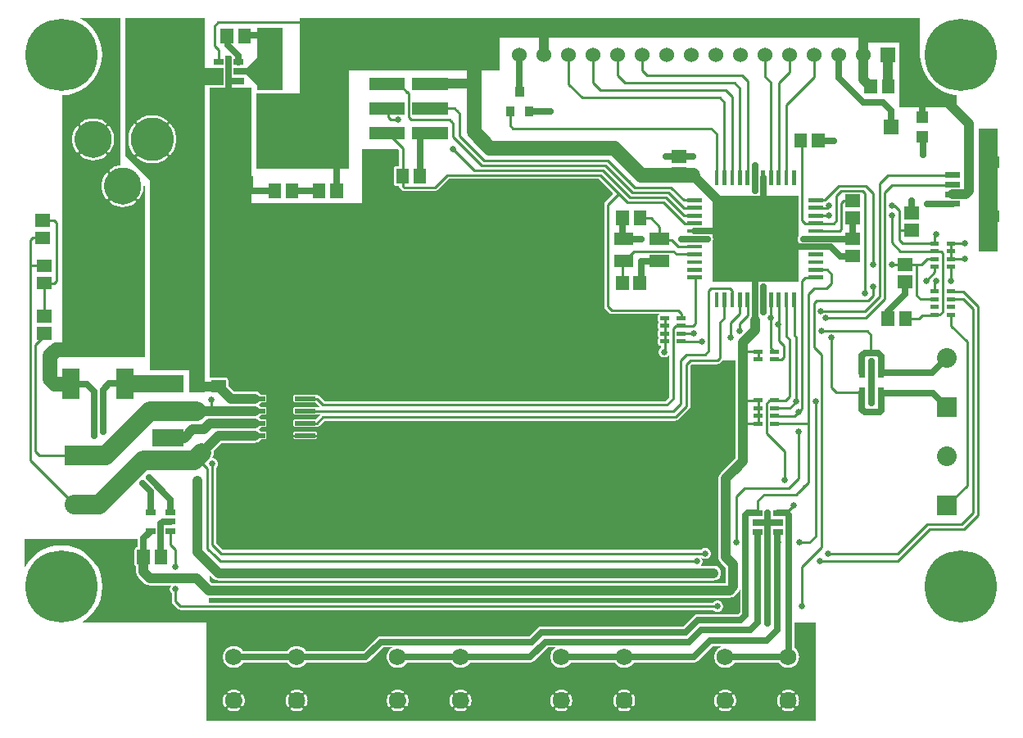
<source format=gbr>
G04 start of page 2 for group 0 idx 0 *
G04 Title: (unknown), component *
G04 Creator: pcb 4.0.2 *
G04 CreationDate: Thu Jul  2 20:29:44 2020 UTC *
G04 For: ndholmes *
G04 Format: Gerber/RS-274X *
G04 PCB-Dimensions (mil): 4000.00 2900.00 *
G04 PCB-Coordinate-Origin: lower left *
%MOIN*%
%FSLAX25Y25*%
%LNTOP*%
%ADD29C,0.1100*%
%ADD28C,0.1250*%
%ADD27C,0.0390*%
%ADD26C,0.0480*%
%ADD25C,0.0380*%
%ADD24C,0.1285*%
%ADD23C,0.0120*%
%ADD22C,0.0260*%
%ADD21C,0.1500*%
%ADD20C,0.1750*%
%ADD19C,0.0690*%
%ADD18C,0.2937*%
%ADD17C,0.0700*%
%ADD16C,0.0800*%
%ADD15C,0.0600*%
%ADD14C,0.0100*%
%ADD13C,0.0250*%
%ADD12C,0.0400*%
%ADD11C,0.0001*%
G54D11*G36*
X316472Y23000D02*X324000D01*
Y2000D01*
X316472D01*
Y7717D01*
X316531Y7762D01*
X316586Y7818D01*
X316630Y7884D01*
X316819Y8230D01*
X316972Y8594D01*
X317093Y8970D01*
X317180Y9356D01*
X317232Y9747D01*
X317250Y10142D01*
X317232Y10536D01*
X317180Y10928D01*
X317093Y11313D01*
X316972Y11689D01*
X316819Y12053D01*
X316634Y12402D01*
X316589Y12467D01*
X316534Y12524D01*
X316472Y12571D01*
Y23000D01*
G37*
G36*
X312797D02*X316472D01*
Y12571D01*
X316470Y12572D01*
X316400Y12609D01*
X316325Y12635D01*
X316247Y12649D01*
X316168Y12650D01*
X316090Y12639D01*
X316014Y12616D01*
X315943Y12581D01*
X315878Y12536D01*
X315821Y12481D01*
X315773Y12418D01*
X315736Y12348D01*
X315710Y12273D01*
X315696Y12195D01*
X315695Y12115D01*
X315706Y12037D01*
X315729Y11961D01*
X315765Y11891D01*
X315911Y11622D01*
X316030Y11340D01*
X316124Y11049D01*
X316191Y10751D01*
X316232Y10447D01*
X316245Y10142D01*
X316232Y9836D01*
X316191Y9533D01*
X316124Y9234D01*
X316030Y8943D01*
X315911Y8661D01*
X315768Y8391D01*
X315732Y8321D01*
X315709Y8246D01*
X315698Y8168D01*
X315700Y8089D01*
X315713Y8012D01*
X315739Y7937D01*
X315776Y7868D01*
X315823Y7805D01*
X315880Y7750D01*
X315944Y7705D01*
X316015Y7671D01*
X316090Y7648D01*
X316168Y7637D01*
X316247Y7638D01*
X316325Y7652D01*
X316399Y7677D01*
X316468Y7714D01*
X316472Y7717D01*
Y2000D01*
X312797D01*
Y5687D01*
X313190Y5705D01*
X313581Y5757D01*
X313967Y5844D01*
X314343Y5965D01*
X314707Y6118D01*
X315056Y6304D01*
X315121Y6348D01*
X315178Y6403D01*
X315226Y6467D01*
X315263Y6537D01*
X315289Y6612D01*
X315302Y6690D01*
X315304Y6769D01*
X315293Y6847D01*
X315270Y6923D01*
X315235Y6994D01*
X315189Y7059D01*
X315134Y7116D01*
X315071Y7164D01*
X315001Y7201D01*
X314926Y7227D01*
X314848Y7241D01*
X314769Y7242D01*
X314690Y7231D01*
X314615Y7208D01*
X314544Y7172D01*
X314276Y7026D01*
X313994Y6907D01*
X313703Y6813D01*
X313404Y6746D01*
X313101Y6705D01*
X312797Y6692D01*
Y13592D01*
X313101Y13578D01*
X313404Y13538D01*
X313703Y13470D01*
X313994Y13377D01*
X314276Y13258D01*
X314546Y13115D01*
X314616Y13079D01*
X314691Y13056D01*
X314769Y13045D01*
X314848Y13046D01*
X314925Y13060D01*
X315000Y13085D01*
X315069Y13122D01*
X315132Y13170D01*
X315187Y13226D01*
X315232Y13291D01*
X315266Y13362D01*
X315289Y13437D01*
X315300Y13515D01*
X315299Y13593D01*
X315285Y13671D01*
X315260Y13745D01*
X315223Y13815D01*
X315175Y13878D01*
X315119Y13932D01*
X315053Y13976D01*
X314707Y14165D01*
X314343Y14319D01*
X313967Y14439D01*
X313581Y14526D01*
X313190Y14579D01*
X312797Y14596D01*
Y23000D01*
G37*
G36*
X309118D02*X312797D01*
Y14596D01*
X312795Y14596D01*
X312401Y14579D01*
X312009Y14526D01*
X311624Y14439D01*
X311248Y14319D01*
X310884Y14165D01*
X310535Y13980D01*
X310470Y13935D01*
X310413Y13880D01*
X310365Y13817D01*
X310328Y13747D01*
X310302Y13672D01*
X310288Y13594D01*
X310287Y13515D01*
X310298Y13436D01*
X310321Y13360D01*
X310356Y13289D01*
X310401Y13224D01*
X310456Y13167D01*
X310519Y13120D01*
X310589Y13082D01*
X310664Y13057D01*
X310742Y13043D01*
X310822Y13041D01*
X310900Y13052D01*
X310976Y13076D01*
X311046Y13112D01*
X311315Y13258D01*
X311597Y13377D01*
X311888Y13470D01*
X312186Y13538D01*
X312490Y13578D01*
X312795Y13592D01*
X312797Y13592D01*
Y6692D01*
X312795Y6692D01*
X312490Y6705D01*
X312186Y6746D01*
X311888Y6813D01*
X311597Y6907D01*
X311315Y7026D01*
X311045Y7169D01*
X310975Y7205D01*
X310899Y7228D01*
X310821Y7239D01*
X310743Y7237D01*
X310665Y7224D01*
X310591Y7198D01*
X310521Y7161D01*
X310458Y7114D01*
X310404Y7057D01*
X310359Y6993D01*
X310324Y6922D01*
X310301Y6847D01*
X310290Y6769D01*
X310292Y6690D01*
X310305Y6612D01*
X310331Y6538D01*
X310368Y6469D01*
X310415Y6406D01*
X310472Y6351D01*
X310537Y6307D01*
X310884Y6118D01*
X311248Y5965D01*
X311624Y5844D01*
X312009Y5757D01*
X312401Y5705D01*
X312795Y5687D01*
X312797Y5687D01*
Y2000D01*
X309118D01*
Y7713D01*
X309120Y7711D01*
X309190Y7674D01*
X309265Y7648D01*
X309343Y7635D01*
X309422Y7633D01*
X309501Y7644D01*
X309577Y7667D01*
X309648Y7702D01*
X309713Y7748D01*
X309770Y7803D01*
X309817Y7866D01*
X309855Y7936D01*
X309881Y8011D01*
X309894Y8089D01*
X309896Y8168D01*
X309885Y8247D01*
X309861Y8322D01*
X309825Y8393D01*
X309679Y8661D01*
X309560Y8943D01*
X309467Y9234D01*
X309399Y9533D01*
X309359Y9836D01*
X309345Y10142D01*
X309359Y10447D01*
X309399Y10751D01*
X309467Y11049D01*
X309560Y11340D01*
X309679Y11622D01*
X309822Y11892D01*
X309858Y11962D01*
X309881Y12038D01*
X309892Y12116D01*
X309891Y12194D01*
X309877Y12272D01*
X309852Y12346D01*
X309815Y12416D01*
X309767Y12479D01*
X309711Y12533D01*
X309646Y12578D01*
X309575Y12613D01*
X309500Y12636D01*
X309422Y12647D01*
X309344Y12645D01*
X309266Y12632D01*
X309192Y12606D01*
X309122Y12569D01*
X309118Y12566D01*
Y23000D01*
G37*
G36*
X290882D02*X309118D01*
Y12566D01*
X309059Y12522D01*
X309005Y12465D01*
X308961Y12400D01*
X308772Y12053D01*
X308618Y11689D01*
X308498Y11313D01*
X308411Y10928D01*
X308358Y10536D01*
X308341Y10142D01*
X308358Y9747D01*
X308411Y9356D01*
X308498Y8970D01*
X308618Y8594D01*
X308772Y8230D01*
X308957Y7881D01*
X309002Y7816D01*
X309057Y7759D01*
X309118Y7713D01*
Y2000D01*
X290882D01*
Y7717D01*
X290941Y7762D01*
X290995Y7818D01*
X291039Y7884D01*
X291228Y8230D01*
X291382Y8594D01*
X291502Y8970D01*
X291589Y9356D01*
X291642Y9747D01*
X291659Y10142D01*
X291642Y10536D01*
X291589Y10928D01*
X291502Y11313D01*
X291382Y11689D01*
X291228Y12053D01*
X291043Y12402D01*
X290998Y12467D01*
X290943Y12524D01*
X290882Y12571D01*
Y23000D01*
G37*
G36*
X287206D02*X290882D01*
Y12571D01*
X290880Y12572D01*
X290810Y12609D01*
X290735Y12635D01*
X290657Y12649D01*
X290578Y12650D01*
X290499Y12639D01*
X290423Y12616D01*
X290352Y12581D01*
X290287Y12536D01*
X290230Y12481D01*
X290182Y12418D01*
X290145Y12348D01*
X290119Y12273D01*
X290106Y12195D01*
X290104Y12115D01*
X290115Y12037D01*
X290139Y11961D01*
X290175Y11891D01*
X290321Y11622D01*
X290440Y11340D01*
X290533Y11049D01*
X290601Y10751D01*
X290641Y10447D01*
X290655Y10142D01*
X290641Y9836D01*
X290601Y9533D01*
X290533Y9234D01*
X290440Y8943D01*
X290321Y8661D01*
X290178Y8391D01*
X290142Y8321D01*
X290119Y8246D01*
X290108Y8168D01*
X290109Y8089D01*
X290123Y8012D01*
X290148Y7937D01*
X290185Y7868D01*
X290233Y7805D01*
X290289Y7750D01*
X290354Y7705D01*
X290425Y7671D01*
X290500Y7648D01*
X290578Y7637D01*
X290656Y7638D01*
X290734Y7652D01*
X290808Y7677D01*
X290878Y7714D01*
X290882Y7717D01*
Y2000D01*
X287206D01*
Y5687D01*
X287599Y5705D01*
X287991Y5757D01*
X288376Y5844D01*
X288752Y5965D01*
X289116Y6118D01*
X289465Y6304D01*
X289530Y6348D01*
X289587Y6403D01*
X289635Y6467D01*
X289672Y6537D01*
X289698Y6612D01*
X289712Y6690D01*
X289713Y6769D01*
X289702Y6847D01*
X289679Y6923D01*
X289644Y6994D01*
X289599Y7059D01*
X289544Y7116D01*
X289481Y7164D01*
X289411Y7201D01*
X289336Y7227D01*
X289258Y7241D01*
X289178Y7242D01*
X289100Y7231D01*
X289024Y7208D01*
X288954Y7172D01*
X288685Y7026D01*
X288403Y6907D01*
X288112Y6813D01*
X287814Y6746D01*
X287510Y6705D01*
X287206Y6692D01*
Y13592D01*
X287510Y13578D01*
X287814Y13538D01*
X288112Y13470D01*
X288403Y13377D01*
X288685Y13258D01*
X288955Y13115D01*
X289025Y13079D01*
X289101Y13056D01*
X289179Y13045D01*
X289257Y13046D01*
X289335Y13060D01*
X289409Y13085D01*
X289479Y13122D01*
X289542Y13170D01*
X289596Y13226D01*
X289641Y13291D01*
X289676Y13362D01*
X289699Y13437D01*
X289710Y13515D01*
X289708Y13593D01*
X289695Y13671D01*
X289669Y13745D01*
X289632Y13815D01*
X289585Y13878D01*
X289528Y13932D01*
X289463Y13976D01*
X289116Y14165D01*
X288752Y14319D01*
X288376Y14439D01*
X287991Y14526D01*
X287599Y14579D01*
X287206Y14596D01*
Y23000D01*
G37*
G36*
X283528D02*X287206D01*
Y14596D01*
X287205Y14596D01*
X286810Y14579D01*
X286419Y14526D01*
X286033Y14439D01*
X285657Y14319D01*
X285293Y14165D01*
X284944Y13980D01*
X284879Y13935D01*
X284822Y13880D01*
X284774Y13817D01*
X284737Y13747D01*
X284711Y13672D01*
X284698Y13594D01*
X284696Y13515D01*
X284707Y13436D01*
X284730Y13360D01*
X284765Y13289D01*
X284811Y13224D01*
X284866Y13167D01*
X284929Y13120D01*
X284999Y13082D01*
X285074Y13057D01*
X285152Y13043D01*
X285231Y13041D01*
X285310Y13052D01*
X285385Y13076D01*
X285456Y13112D01*
X285724Y13258D01*
X286006Y13377D01*
X286297Y13470D01*
X286596Y13538D01*
X286899Y13578D01*
X287205Y13592D01*
X287206Y13592D01*
Y6692D01*
X287205Y6692D01*
X286899Y6705D01*
X286596Y6746D01*
X286297Y6813D01*
X286006Y6907D01*
X285724Y7026D01*
X285454Y7169D01*
X285384Y7205D01*
X285309Y7228D01*
X285231Y7239D01*
X285152Y7237D01*
X285075Y7224D01*
X285000Y7198D01*
X284931Y7161D01*
X284868Y7114D01*
X284813Y7057D01*
X284768Y6993D01*
X284734Y6922D01*
X284711Y6847D01*
X284700Y6769D01*
X284701Y6690D01*
X284715Y6612D01*
X284740Y6538D01*
X284777Y6469D01*
X284825Y6406D01*
X284881Y6351D01*
X284947Y6307D01*
X285293Y6118D01*
X285657Y5965D01*
X286033Y5844D01*
X286419Y5757D01*
X286810Y5705D01*
X287205Y5687D01*
X287206Y5687D01*
Y2000D01*
X283528D01*
Y7713D01*
X283530Y7711D01*
X283600Y7674D01*
X283675Y7648D01*
X283753Y7635D01*
X283832Y7633D01*
X283910Y7644D01*
X283986Y7667D01*
X284057Y7702D01*
X284122Y7748D01*
X284179Y7803D01*
X284227Y7866D01*
X284264Y7936D01*
X284290Y8011D01*
X284304Y8089D01*
X284305Y8168D01*
X284294Y8247D01*
X284271Y8322D01*
X284235Y8393D01*
X284089Y8661D01*
X283970Y8943D01*
X283876Y9234D01*
X283809Y9533D01*
X283768Y9836D01*
X283755Y10142D01*
X283768Y10447D01*
X283809Y10751D01*
X283876Y11049D01*
X283970Y11340D01*
X284089Y11622D01*
X284232Y11892D01*
X284268Y11962D01*
X284291Y12038D01*
X284302Y12116D01*
X284300Y12194D01*
X284287Y12272D01*
X284261Y12346D01*
X284224Y12416D01*
X284177Y12479D01*
X284120Y12533D01*
X284056Y12578D01*
X283985Y12613D01*
X283910Y12636D01*
X283832Y12647D01*
X283753Y12645D01*
X283675Y12632D01*
X283601Y12606D01*
X283532Y12569D01*
X283528Y12566D01*
Y23000D01*
G37*
G36*
X249772D02*X283528D01*
Y12566D01*
X283469Y12522D01*
X283414Y12465D01*
X283370Y12400D01*
X283181Y12053D01*
X283028Y11689D01*
X282907Y11313D01*
X282820Y10928D01*
X282768Y10536D01*
X282750Y10142D01*
X282768Y9747D01*
X282820Y9356D01*
X282907Y8970D01*
X283028Y8594D01*
X283181Y8230D01*
X283366Y7881D01*
X283411Y7816D01*
X283466Y7759D01*
X283528Y7713D01*
Y2000D01*
X249772D01*
Y7717D01*
X249831Y7762D01*
X249886Y7818D01*
X249930Y7884D01*
X250119Y8230D01*
X250272Y8594D01*
X250393Y8970D01*
X250480Y9356D01*
X250532Y9747D01*
X250550Y10142D01*
X250532Y10536D01*
X250480Y10928D01*
X250393Y11313D01*
X250272Y11689D01*
X250119Y12053D01*
X249934Y12402D01*
X249889Y12467D01*
X249834Y12524D01*
X249772Y12571D01*
Y23000D01*
G37*
G36*
X246097D02*X249772D01*
Y12571D01*
X249770Y12572D01*
X249700Y12609D01*
X249625Y12635D01*
X249547Y12649D01*
X249468Y12650D01*
X249390Y12639D01*
X249314Y12616D01*
X249243Y12581D01*
X249178Y12536D01*
X249121Y12481D01*
X249073Y12418D01*
X249036Y12348D01*
X249010Y12273D01*
X248996Y12195D01*
X248995Y12115D01*
X249006Y12037D01*
X249029Y11961D01*
X249065Y11891D01*
X249211Y11622D01*
X249330Y11340D01*
X249424Y11049D01*
X249491Y10751D01*
X249532Y10447D01*
X249545Y10142D01*
X249532Y9836D01*
X249491Y9533D01*
X249424Y9234D01*
X249330Y8943D01*
X249211Y8661D01*
X249068Y8391D01*
X249032Y8321D01*
X249009Y8246D01*
X248998Y8168D01*
X249000Y8089D01*
X249013Y8012D01*
X249039Y7937D01*
X249076Y7868D01*
X249123Y7805D01*
X249180Y7750D01*
X249244Y7705D01*
X249315Y7671D01*
X249390Y7648D01*
X249468Y7637D01*
X249547Y7638D01*
X249625Y7652D01*
X249699Y7677D01*
X249768Y7714D01*
X249772Y7717D01*
Y2000D01*
X246097D01*
Y5687D01*
X246490Y5705D01*
X246881Y5757D01*
X247267Y5844D01*
X247643Y5965D01*
X248007Y6118D01*
X248356Y6304D01*
X248421Y6348D01*
X248478Y6403D01*
X248526Y6467D01*
X248563Y6537D01*
X248589Y6612D01*
X248602Y6690D01*
X248604Y6769D01*
X248593Y6847D01*
X248570Y6923D01*
X248535Y6994D01*
X248489Y7059D01*
X248434Y7116D01*
X248371Y7164D01*
X248301Y7201D01*
X248226Y7227D01*
X248148Y7241D01*
X248069Y7242D01*
X247990Y7231D01*
X247915Y7208D01*
X247844Y7172D01*
X247576Y7026D01*
X247294Y6907D01*
X247003Y6813D01*
X246704Y6746D01*
X246401Y6705D01*
X246097Y6692D01*
Y13592D01*
X246401Y13578D01*
X246704Y13538D01*
X247003Y13470D01*
X247294Y13377D01*
X247576Y13258D01*
X247846Y13115D01*
X247916Y13079D01*
X247991Y13056D01*
X248069Y13045D01*
X248148Y13046D01*
X248225Y13060D01*
X248300Y13085D01*
X248369Y13122D01*
X248432Y13170D01*
X248487Y13226D01*
X248532Y13291D01*
X248566Y13362D01*
X248589Y13437D01*
X248600Y13515D01*
X248599Y13593D01*
X248585Y13671D01*
X248560Y13745D01*
X248523Y13815D01*
X248475Y13878D01*
X248419Y13932D01*
X248353Y13976D01*
X248007Y14165D01*
X247643Y14319D01*
X247267Y14439D01*
X246881Y14526D01*
X246490Y14579D01*
X246097Y14596D01*
Y23000D01*
G37*
G36*
X242418D02*X246097D01*
Y14596D01*
X246095Y14596D01*
X245701Y14579D01*
X245309Y14526D01*
X244924Y14439D01*
X244548Y14319D01*
X244184Y14165D01*
X243835Y13980D01*
X243770Y13935D01*
X243713Y13880D01*
X243665Y13817D01*
X243628Y13747D01*
X243602Y13672D01*
X243588Y13594D01*
X243587Y13515D01*
X243598Y13436D01*
X243621Y13360D01*
X243656Y13289D01*
X243701Y13224D01*
X243756Y13167D01*
X243819Y13120D01*
X243889Y13082D01*
X243964Y13057D01*
X244042Y13043D01*
X244122Y13041D01*
X244200Y13052D01*
X244276Y13076D01*
X244346Y13112D01*
X244615Y13258D01*
X244897Y13377D01*
X245188Y13470D01*
X245486Y13538D01*
X245790Y13578D01*
X246095Y13592D01*
X246097Y13592D01*
Y6692D01*
X246095Y6692D01*
X245790Y6705D01*
X245486Y6746D01*
X245188Y6813D01*
X244897Y6907D01*
X244615Y7026D01*
X244345Y7169D01*
X244275Y7205D01*
X244199Y7228D01*
X244121Y7239D01*
X244043Y7237D01*
X243965Y7224D01*
X243891Y7198D01*
X243821Y7161D01*
X243758Y7114D01*
X243704Y7057D01*
X243659Y6993D01*
X243624Y6922D01*
X243601Y6847D01*
X243590Y6769D01*
X243592Y6690D01*
X243605Y6612D01*
X243631Y6538D01*
X243668Y6469D01*
X243715Y6406D01*
X243772Y6351D01*
X243837Y6307D01*
X244184Y6118D01*
X244548Y5965D01*
X244924Y5844D01*
X245309Y5757D01*
X245701Y5705D01*
X246095Y5687D01*
X246097Y5687D01*
Y2000D01*
X242418D01*
Y7713D01*
X242420Y7711D01*
X242490Y7674D01*
X242565Y7648D01*
X242643Y7635D01*
X242722Y7633D01*
X242801Y7644D01*
X242877Y7667D01*
X242948Y7702D01*
X243013Y7748D01*
X243070Y7803D01*
X243117Y7866D01*
X243155Y7936D01*
X243181Y8011D01*
X243194Y8089D01*
X243196Y8168D01*
X243185Y8247D01*
X243161Y8322D01*
X243125Y8393D01*
X242979Y8661D01*
X242860Y8943D01*
X242767Y9234D01*
X242699Y9533D01*
X242659Y9836D01*
X242645Y10142D01*
X242659Y10447D01*
X242699Y10751D01*
X242767Y11049D01*
X242860Y11340D01*
X242979Y11622D01*
X243122Y11892D01*
X243158Y11962D01*
X243181Y12038D01*
X243192Y12116D01*
X243191Y12194D01*
X243177Y12272D01*
X243152Y12346D01*
X243115Y12416D01*
X243067Y12479D01*
X243011Y12533D01*
X242946Y12578D01*
X242875Y12613D01*
X242800Y12636D01*
X242722Y12647D01*
X242644Y12645D01*
X242566Y12632D01*
X242492Y12606D01*
X242422Y12569D01*
X242418Y12566D01*
Y23000D01*
G37*
G36*
X224182D02*X242418D01*
Y12566D01*
X242359Y12522D01*
X242305Y12465D01*
X242261Y12400D01*
X242072Y12053D01*
X241918Y11689D01*
X241798Y11313D01*
X241711Y10928D01*
X241658Y10536D01*
X241641Y10142D01*
X241658Y9747D01*
X241711Y9356D01*
X241798Y8970D01*
X241918Y8594D01*
X242072Y8230D01*
X242257Y7881D01*
X242302Y7816D01*
X242357Y7759D01*
X242418Y7713D01*
Y2000D01*
X224182D01*
Y7717D01*
X224241Y7762D01*
X224295Y7818D01*
X224339Y7884D01*
X224528Y8230D01*
X224682Y8594D01*
X224802Y8970D01*
X224889Y9356D01*
X224942Y9747D01*
X224959Y10142D01*
X224942Y10536D01*
X224889Y10928D01*
X224802Y11313D01*
X224682Y11689D01*
X224528Y12053D01*
X224343Y12402D01*
X224298Y12467D01*
X224243Y12524D01*
X224182Y12571D01*
Y23000D01*
G37*
G36*
X220506D02*X224182D01*
Y12571D01*
X224180Y12572D01*
X224110Y12609D01*
X224035Y12635D01*
X223957Y12649D01*
X223878Y12650D01*
X223799Y12639D01*
X223723Y12616D01*
X223652Y12581D01*
X223587Y12536D01*
X223530Y12481D01*
X223482Y12418D01*
X223445Y12348D01*
X223419Y12273D01*
X223406Y12195D01*
X223404Y12115D01*
X223415Y12037D01*
X223439Y11961D01*
X223475Y11891D01*
X223621Y11622D01*
X223740Y11340D01*
X223833Y11049D01*
X223901Y10751D01*
X223941Y10447D01*
X223955Y10142D01*
X223941Y9836D01*
X223901Y9533D01*
X223833Y9234D01*
X223740Y8943D01*
X223621Y8661D01*
X223478Y8391D01*
X223442Y8321D01*
X223419Y8246D01*
X223408Y8168D01*
X223409Y8089D01*
X223423Y8012D01*
X223448Y7937D01*
X223485Y7868D01*
X223533Y7805D01*
X223589Y7750D01*
X223654Y7705D01*
X223725Y7671D01*
X223800Y7648D01*
X223878Y7637D01*
X223956Y7638D01*
X224034Y7652D01*
X224108Y7677D01*
X224178Y7714D01*
X224182Y7717D01*
Y2000D01*
X220506D01*
Y5687D01*
X220899Y5705D01*
X221291Y5757D01*
X221676Y5844D01*
X222052Y5965D01*
X222416Y6118D01*
X222765Y6304D01*
X222830Y6348D01*
X222887Y6403D01*
X222935Y6467D01*
X222972Y6537D01*
X222998Y6612D01*
X223012Y6690D01*
X223013Y6769D01*
X223002Y6847D01*
X222979Y6923D01*
X222944Y6994D01*
X222899Y7059D01*
X222844Y7116D01*
X222781Y7164D01*
X222711Y7201D01*
X222636Y7227D01*
X222558Y7241D01*
X222478Y7242D01*
X222400Y7231D01*
X222324Y7208D01*
X222254Y7172D01*
X221985Y7026D01*
X221703Y6907D01*
X221412Y6813D01*
X221114Y6746D01*
X220810Y6705D01*
X220506Y6692D01*
Y13592D01*
X220810Y13578D01*
X221114Y13538D01*
X221412Y13470D01*
X221703Y13377D01*
X221985Y13258D01*
X222255Y13115D01*
X222325Y13079D01*
X222401Y13056D01*
X222479Y13045D01*
X222557Y13046D01*
X222635Y13060D01*
X222709Y13085D01*
X222779Y13122D01*
X222842Y13170D01*
X222896Y13226D01*
X222941Y13291D01*
X222976Y13362D01*
X222999Y13437D01*
X223010Y13515D01*
X223008Y13593D01*
X222995Y13671D01*
X222969Y13745D01*
X222932Y13815D01*
X222885Y13878D01*
X222828Y13932D01*
X222763Y13976D01*
X222416Y14165D01*
X222052Y14319D01*
X221676Y14439D01*
X221291Y14526D01*
X220899Y14579D01*
X220506Y14596D01*
Y23000D01*
G37*
G36*
X216828D02*X220506D01*
Y14596D01*
X220505Y14596D01*
X220110Y14579D01*
X219719Y14526D01*
X219333Y14439D01*
X218957Y14319D01*
X218593Y14165D01*
X218244Y13980D01*
X218179Y13935D01*
X218122Y13880D01*
X218074Y13817D01*
X218037Y13747D01*
X218011Y13672D01*
X217998Y13594D01*
X217996Y13515D01*
X218007Y13436D01*
X218030Y13360D01*
X218065Y13289D01*
X218111Y13224D01*
X218166Y13167D01*
X218229Y13120D01*
X218299Y13082D01*
X218374Y13057D01*
X218452Y13043D01*
X218531Y13041D01*
X218609Y13052D01*
X218685Y13076D01*
X218756Y13112D01*
X219024Y13258D01*
X219306Y13377D01*
X219597Y13470D01*
X219896Y13538D01*
X220199Y13578D01*
X220505Y13592D01*
X220506Y13592D01*
Y6692D01*
X220505Y6692D01*
X220199Y6705D01*
X219896Y6746D01*
X219597Y6813D01*
X219306Y6907D01*
X219024Y7026D01*
X218754Y7169D01*
X218684Y7205D01*
X218609Y7228D01*
X218531Y7239D01*
X218452Y7237D01*
X218375Y7224D01*
X218300Y7198D01*
X218231Y7161D01*
X218168Y7114D01*
X218113Y7057D01*
X218068Y6993D01*
X218034Y6922D01*
X218011Y6847D01*
X218000Y6769D01*
X218001Y6690D01*
X218015Y6612D01*
X218040Y6538D01*
X218077Y6469D01*
X218125Y6406D01*
X218181Y6351D01*
X218247Y6307D01*
X218593Y6118D01*
X218957Y5965D01*
X219333Y5844D01*
X219719Y5757D01*
X220110Y5705D01*
X220505Y5687D01*
X220506Y5687D01*
Y2000D01*
X216828D01*
Y7713D01*
X216830Y7711D01*
X216900Y7674D01*
X216975Y7648D01*
X217053Y7635D01*
X217132Y7633D01*
X217210Y7644D01*
X217286Y7667D01*
X217357Y7702D01*
X217422Y7748D01*
X217479Y7803D01*
X217527Y7866D01*
X217564Y7936D01*
X217590Y8011D01*
X217604Y8089D01*
X217605Y8168D01*
X217594Y8247D01*
X217571Y8322D01*
X217535Y8393D01*
X217389Y8661D01*
X217270Y8943D01*
X217176Y9234D01*
X217109Y9533D01*
X217068Y9836D01*
X217055Y10142D01*
X217068Y10447D01*
X217109Y10751D01*
X217176Y11049D01*
X217270Y11340D01*
X217389Y11622D01*
X217532Y11892D01*
X217568Y11962D01*
X217591Y12038D01*
X217602Y12116D01*
X217600Y12194D01*
X217587Y12272D01*
X217561Y12346D01*
X217524Y12416D01*
X217477Y12479D01*
X217420Y12533D01*
X217356Y12578D01*
X217285Y12613D01*
X217210Y12636D01*
X217132Y12647D01*
X217053Y12645D01*
X216975Y12632D01*
X216901Y12606D01*
X216832Y12569D01*
X216828Y12566D01*
Y23000D01*
G37*
G36*
X183172D02*X216828D01*
Y12566D01*
X216769Y12522D01*
X216714Y12465D01*
X216670Y12400D01*
X216481Y12053D01*
X216328Y11689D01*
X216207Y11313D01*
X216120Y10928D01*
X216068Y10536D01*
X216050Y10142D01*
X216068Y9747D01*
X216120Y9356D01*
X216207Y8970D01*
X216328Y8594D01*
X216481Y8230D01*
X216666Y7881D01*
X216711Y7816D01*
X216766Y7759D01*
X216828Y7713D01*
Y2000D01*
X183172D01*
Y7717D01*
X183231Y7762D01*
X183286Y7818D01*
X183330Y7884D01*
X183519Y8230D01*
X183672Y8594D01*
X183793Y8970D01*
X183880Y9356D01*
X183932Y9747D01*
X183950Y10142D01*
X183932Y10536D01*
X183880Y10928D01*
X183793Y11313D01*
X183672Y11689D01*
X183519Y12053D01*
X183334Y12402D01*
X183289Y12467D01*
X183234Y12524D01*
X183172Y12571D01*
Y23000D01*
G37*
G36*
X179497D02*X183172D01*
Y12571D01*
X183170Y12572D01*
X183100Y12609D01*
X183025Y12635D01*
X182947Y12649D01*
X182868Y12650D01*
X182790Y12639D01*
X182714Y12616D01*
X182643Y12581D01*
X182578Y12536D01*
X182521Y12481D01*
X182473Y12418D01*
X182436Y12348D01*
X182410Y12273D01*
X182396Y12195D01*
X182395Y12115D01*
X182406Y12037D01*
X182429Y11961D01*
X182465Y11891D01*
X182611Y11622D01*
X182730Y11340D01*
X182824Y11049D01*
X182891Y10751D01*
X182932Y10447D01*
X182945Y10142D01*
X182932Y9836D01*
X182891Y9533D01*
X182824Y9234D01*
X182730Y8943D01*
X182611Y8661D01*
X182468Y8391D01*
X182432Y8321D01*
X182409Y8246D01*
X182398Y8168D01*
X182400Y8089D01*
X182413Y8012D01*
X182439Y7937D01*
X182476Y7868D01*
X182523Y7805D01*
X182580Y7750D01*
X182644Y7705D01*
X182715Y7671D01*
X182790Y7648D01*
X182868Y7637D01*
X182947Y7638D01*
X183025Y7652D01*
X183099Y7677D01*
X183168Y7714D01*
X183172Y7717D01*
Y2000D01*
X179497D01*
Y5687D01*
X179890Y5705D01*
X180281Y5757D01*
X180667Y5844D01*
X181043Y5965D01*
X181407Y6118D01*
X181756Y6304D01*
X181821Y6348D01*
X181878Y6403D01*
X181926Y6467D01*
X181963Y6537D01*
X181989Y6612D01*
X182002Y6690D01*
X182004Y6769D01*
X181993Y6847D01*
X181970Y6923D01*
X181935Y6994D01*
X181889Y7059D01*
X181834Y7116D01*
X181771Y7164D01*
X181701Y7201D01*
X181626Y7227D01*
X181548Y7241D01*
X181469Y7242D01*
X181390Y7231D01*
X181315Y7208D01*
X181244Y7172D01*
X180976Y7026D01*
X180694Y6907D01*
X180403Y6813D01*
X180104Y6746D01*
X179801Y6705D01*
X179497Y6692D01*
Y13592D01*
X179801Y13578D01*
X180104Y13538D01*
X180403Y13470D01*
X180694Y13377D01*
X180976Y13258D01*
X181246Y13115D01*
X181316Y13079D01*
X181391Y13056D01*
X181469Y13045D01*
X181548Y13046D01*
X181625Y13060D01*
X181700Y13085D01*
X181769Y13122D01*
X181832Y13170D01*
X181887Y13226D01*
X181932Y13291D01*
X181966Y13362D01*
X181989Y13437D01*
X182000Y13515D01*
X181999Y13593D01*
X181985Y13671D01*
X181960Y13745D01*
X181923Y13815D01*
X181875Y13878D01*
X181819Y13932D01*
X181753Y13976D01*
X181407Y14165D01*
X181043Y14319D01*
X180667Y14439D01*
X180281Y14526D01*
X179890Y14579D01*
X179497Y14596D01*
Y23000D01*
G37*
G36*
X175818D02*X179497D01*
Y14596D01*
X179495Y14596D01*
X179101Y14579D01*
X178709Y14526D01*
X178324Y14439D01*
X177948Y14319D01*
X177584Y14165D01*
X177235Y13980D01*
X177170Y13935D01*
X177113Y13880D01*
X177065Y13817D01*
X177028Y13747D01*
X177002Y13672D01*
X176988Y13594D01*
X176987Y13515D01*
X176998Y13436D01*
X177021Y13360D01*
X177056Y13289D01*
X177101Y13224D01*
X177156Y13167D01*
X177219Y13120D01*
X177289Y13082D01*
X177364Y13057D01*
X177442Y13043D01*
X177522Y13041D01*
X177600Y13052D01*
X177676Y13076D01*
X177746Y13112D01*
X178015Y13258D01*
X178297Y13377D01*
X178588Y13470D01*
X178886Y13538D01*
X179190Y13578D01*
X179495Y13592D01*
X179497Y13592D01*
Y6692D01*
X179495Y6692D01*
X179190Y6705D01*
X178886Y6746D01*
X178588Y6813D01*
X178297Y6907D01*
X178015Y7026D01*
X177745Y7169D01*
X177675Y7205D01*
X177599Y7228D01*
X177521Y7239D01*
X177443Y7237D01*
X177365Y7224D01*
X177291Y7198D01*
X177221Y7161D01*
X177158Y7114D01*
X177104Y7057D01*
X177059Y6993D01*
X177024Y6922D01*
X177001Y6847D01*
X176990Y6769D01*
X176992Y6690D01*
X177005Y6612D01*
X177031Y6538D01*
X177068Y6469D01*
X177115Y6406D01*
X177172Y6351D01*
X177237Y6307D01*
X177584Y6118D01*
X177948Y5965D01*
X178324Y5844D01*
X178709Y5757D01*
X179101Y5705D01*
X179495Y5687D01*
X179497Y5687D01*
Y2000D01*
X175818D01*
Y7713D01*
X175820Y7711D01*
X175890Y7674D01*
X175965Y7648D01*
X176043Y7635D01*
X176122Y7633D01*
X176201Y7644D01*
X176277Y7667D01*
X176348Y7702D01*
X176413Y7748D01*
X176470Y7803D01*
X176517Y7866D01*
X176555Y7936D01*
X176581Y8011D01*
X176594Y8089D01*
X176596Y8168D01*
X176585Y8247D01*
X176561Y8322D01*
X176525Y8393D01*
X176379Y8661D01*
X176260Y8943D01*
X176167Y9234D01*
X176099Y9533D01*
X176059Y9836D01*
X176045Y10142D01*
X176059Y10447D01*
X176099Y10751D01*
X176167Y11049D01*
X176260Y11340D01*
X176379Y11622D01*
X176522Y11892D01*
X176558Y11962D01*
X176581Y12038D01*
X176592Y12116D01*
X176591Y12194D01*
X176577Y12272D01*
X176552Y12346D01*
X176515Y12416D01*
X176467Y12479D01*
X176411Y12533D01*
X176346Y12578D01*
X176275Y12613D01*
X176200Y12636D01*
X176122Y12647D01*
X176044Y12645D01*
X175966Y12632D01*
X175892Y12606D01*
X175822Y12569D01*
X175818Y12566D01*
Y23000D01*
G37*
G36*
X157582D02*X175818D01*
Y12566D01*
X175759Y12522D01*
X175705Y12465D01*
X175661Y12400D01*
X175472Y12053D01*
X175318Y11689D01*
X175198Y11313D01*
X175111Y10928D01*
X175058Y10536D01*
X175041Y10142D01*
X175058Y9747D01*
X175111Y9356D01*
X175198Y8970D01*
X175318Y8594D01*
X175472Y8230D01*
X175657Y7881D01*
X175702Y7816D01*
X175757Y7759D01*
X175818Y7713D01*
Y2000D01*
X157582D01*
Y7717D01*
X157641Y7762D01*
X157695Y7818D01*
X157739Y7884D01*
X157928Y8230D01*
X158082Y8594D01*
X158202Y8970D01*
X158289Y9356D01*
X158342Y9747D01*
X158359Y10142D01*
X158342Y10536D01*
X158289Y10928D01*
X158202Y11313D01*
X158082Y11689D01*
X157928Y12053D01*
X157743Y12402D01*
X157698Y12467D01*
X157643Y12524D01*
X157582Y12571D01*
Y23000D01*
G37*
G36*
X153906D02*X157582D01*
Y12571D01*
X157580Y12572D01*
X157510Y12609D01*
X157435Y12635D01*
X157357Y12649D01*
X157278Y12650D01*
X157199Y12639D01*
X157123Y12616D01*
X157052Y12581D01*
X156987Y12536D01*
X156930Y12481D01*
X156882Y12418D01*
X156845Y12348D01*
X156819Y12273D01*
X156806Y12195D01*
X156804Y12115D01*
X156815Y12037D01*
X156839Y11961D01*
X156875Y11891D01*
X157021Y11622D01*
X157140Y11340D01*
X157233Y11049D01*
X157301Y10751D01*
X157341Y10447D01*
X157355Y10142D01*
X157341Y9836D01*
X157301Y9533D01*
X157233Y9234D01*
X157140Y8943D01*
X157021Y8661D01*
X156878Y8391D01*
X156842Y8321D01*
X156819Y8246D01*
X156808Y8168D01*
X156809Y8089D01*
X156823Y8012D01*
X156848Y7937D01*
X156885Y7868D01*
X156933Y7805D01*
X156989Y7750D01*
X157054Y7705D01*
X157125Y7671D01*
X157200Y7648D01*
X157278Y7637D01*
X157356Y7638D01*
X157434Y7652D01*
X157508Y7677D01*
X157578Y7714D01*
X157582Y7717D01*
Y2000D01*
X153906D01*
Y5687D01*
X154299Y5705D01*
X154691Y5757D01*
X155076Y5844D01*
X155452Y5965D01*
X155816Y6118D01*
X156165Y6304D01*
X156230Y6348D01*
X156287Y6403D01*
X156335Y6467D01*
X156372Y6537D01*
X156398Y6612D01*
X156412Y6690D01*
X156413Y6769D01*
X156402Y6847D01*
X156379Y6923D01*
X156344Y6994D01*
X156299Y7059D01*
X156244Y7116D01*
X156181Y7164D01*
X156111Y7201D01*
X156036Y7227D01*
X155958Y7241D01*
X155878Y7242D01*
X155800Y7231D01*
X155724Y7208D01*
X155654Y7172D01*
X155385Y7026D01*
X155103Y6907D01*
X154812Y6813D01*
X154514Y6746D01*
X154210Y6705D01*
X153906Y6692D01*
Y13592D01*
X154210Y13578D01*
X154514Y13538D01*
X154812Y13470D01*
X155103Y13377D01*
X155385Y13258D01*
X155655Y13115D01*
X155725Y13079D01*
X155801Y13056D01*
X155879Y13045D01*
X155957Y13046D01*
X156035Y13060D01*
X156109Y13085D01*
X156179Y13122D01*
X156242Y13170D01*
X156296Y13226D01*
X156341Y13291D01*
X156376Y13362D01*
X156399Y13437D01*
X156410Y13515D01*
X156408Y13593D01*
X156395Y13671D01*
X156369Y13745D01*
X156332Y13815D01*
X156285Y13878D01*
X156228Y13932D01*
X156163Y13976D01*
X155816Y14165D01*
X155452Y14319D01*
X155076Y14439D01*
X154691Y14526D01*
X154299Y14579D01*
X153906Y14596D01*
Y23000D01*
G37*
G36*
X150228D02*X153906D01*
Y14596D01*
X153905Y14596D01*
X153510Y14579D01*
X153119Y14526D01*
X152733Y14439D01*
X152357Y14319D01*
X151993Y14165D01*
X151644Y13980D01*
X151579Y13935D01*
X151522Y13880D01*
X151474Y13817D01*
X151437Y13747D01*
X151411Y13672D01*
X151398Y13594D01*
X151396Y13515D01*
X151407Y13436D01*
X151430Y13360D01*
X151465Y13289D01*
X151511Y13224D01*
X151566Y13167D01*
X151629Y13120D01*
X151699Y13082D01*
X151774Y13057D01*
X151852Y13043D01*
X151931Y13041D01*
X152010Y13052D01*
X152085Y13076D01*
X152156Y13112D01*
X152424Y13258D01*
X152706Y13377D01*
X152997Y13470D01*
X153296Y13538D01*
X153599Y13578D01*
X153905Y13592D01*
X153906Y13592D01*
Y6692D01*
X153905Y6692D01*
X153599Y6705D01*
X153296Y6746D01*
X152997Y6813D01*
X152706Y6907D01*
X152424Y7026D01*
X152154Y7169D01*
X152084Y7205D01*
X152009Y7228D01*
X151931Y7239D01*
X151852Y7237D01*
X151775Y7224D01*
X151700Y7198D01*
X151631Y7161D01*
X151568Y7114D01*
X151513Y7057D01*
X151468Y6993D01*
X151434Y6922D01*
X151411Y6847D01*
X151400Y6769D01*
X151401Y6690D01*
X151415Y6612D01*
X151440Y6538D01*
X151477Y6469D01*
X151525Y6406D01*
X151581Y6351D01*
X151647Y6307D01*
X151993Y6118D01*
X152357Y5965D01*
X152733Y5844D01*
X153119Y5757D01*
X153510Y5705D01*
X153905Y5687D01*
X153906Y5687D01*
Y2000D01*
X150228D01*
Y7713D01*
X150230Y7711D01*
X150300Y7674D01*
X150375Y7648D01*
X150453Y7635D01*
X150532Y7633D01*
X150610Y7644D01*
X150686Y7667D01*
X150757Y7702D01*
X150822Y7748D01*
X150879Y7803D01*
X150927Y7866D01*
X150964Y7936D01*
X150990Y8011D01*
X151004Y8089D01*
X151005Y8168D01*
X150994Y8247D01*
X150971Y8322D01*
X150935Y8393D01*
X150789Y8661D01*
X150670Y8943D01*
X150576Y9234D01*
X150509Y9533D01*
X150468Y9836D01*
X150455Y10142D01*
X150468Y10447D01*
X150509Y10751D01*
X150576Y11049D01*
X150670Y11340D01*
X150789Y11622D01*
X150932Y11892D01*
X150968Y11962D01*
X150991Y12038D01*
X151002Y12116D01*
X151000Y12194D01*
X150987Y12272D01*
X150961Y12346D01*
X150924Y12416D01*
X150877Y12479D01*
X150820Y12533D01*
X150756Y12578D01*
X150685Y12613D01*
X150610Y12636D01*
X150532Y12647D01*
X150453Y12645D01*
X150375Y12632D01*
X150301Y12606D01*
X150232Y12569D01*
X150228Y12566D01*
Y23000D01*
G37*
G36*
X116472D02*X150228D01*
Y12566D01*
X150169Y12522D01*
X150114Y12465D01*
X150070Y12400D01*
X149881Y12053D01*
X149728Y11689D01*
X149607Y11313D01*
X149520Y10928D01*
X149468Y10536D01*
X149450Y10142D01*
X149468Y9747D01*
X149520Y9356D01*
X149607Y8970D01*
X149728Y8594D01*
X149881Y8230D01*
X150066Y7881D01*
X150111Y7816D01*
X150166Y7759D01*
X150228Y7713D01*
Y2000D01*
X116472D01*
Y7717D01*
X116531Y7762D01*
X116586Y7818D01*
X116630Y7884D01*
X116819Y8230D01*
X116972Y8594D01*
X117093Y8970D01*
X117180Y9356D01*
X117232Y9747D01*
X117250Y10142D01*
X117232Y10536D01*
X117180Y10928D01*
X117093Y11313D01*
X116972Y11689D01*
X116819Y12053D01*
X116634Y12402D01*
X116589Y12467D01*
X116534Y12524D01*
X116472Y12571D01*
Y23000D01*
G37*
G36*
X112797D02*X116472D01*
Y12571D01*
X116470Y12572D01*
X116400Y12609D01*
X116325Y12635D01*
X116247Y12649D01*
X116168Y12650D01*
X116090Y12639D01*
X116014Y12616D01*
X115943Y12581D01*
X115878Y12536D01*
X115821Y12481D01*
X115773Y12418D01*
X115736Y12348D01*
X115710Y12273D01*
X115696Y12195D01*
X115695Y12115D01*
X115706Y12037D01*
X115729Y11961D01*
X115765Y11891D01*
X115911Y11622D01*
X116030Y11340D01*
X116124Y11049D01*
X116191Y10751D01*
X116232Y10447D01*
X116245Y10142D01*
X116232Y9836D01*
X116191Y9533D01*
X116124Y9234D01*
X116030Y8943D01*
X115911Y8661D01*
X115768Y8391D01*
X115732Y8321D01*
X115709Y8246D01*
X115698Y8168D01*
X115700Y8089D01*
X115713Y8012D01*
X115739Y7937D01*
X115776Y7868D01*
X115823Y7805D01*
X115880Y7750D01*
X115944Y7705D01*
X116015Y7671D01*
X116090Y7648D01*
X116168Y7637D01*
X116247Y7638D01*
X116325Y7652D01*
X116399Y7677D01*
X116468Y7714D01*
X116472Y7717D01*
Y2000D01*
X112797D01*
Y5687D01*
X113190Y5705D01*
X113581Y5757D01*
X113967Y5844D01*
X114343Y5965D01*
X114707Y6118D01*
X115056Y6304D01*
X115121Y6348D01*
X115178Y6403D01*
X115226Y6467D01*
X115263Y6537D01*
X115289Y6612D01*
X115302Y6690D01*
X115304Y6769D01*
X115293Y6847D01*
X115270Y6923D01*
X115235Y6994D01*
X115189Y7059D01*
X115134Y7116D01*
X115071Y7164D01*
X115001Y7201D01*
X114926Y7227D01*
X114848Y7241D01*
X114769Y7242D01*
X114690Y7231D01*
X114615Y7208D01*
X114544Y7172D01*
X114276Y7026D01*
X113994Y6907D01*
X113703Y6813D01*
X113404Y6746D01*
X113101Y6705D01*
X112797Y6692D01*
Y13592D01*
X113101Y13578D01*
X113404Y13538D01*
X113703Y13470D01*
X113994Y13377D01*
X114276Y13258D01*
X114546Y13115D01*
X114616Y13079D01*
X114691Y13056D01*
X114769Y13045D01*
X114848Y13046D01*
X114925Y13060D01*
X115000Y13085D01*
X115069Y13122D01*
X115132Y13170D01*
X115187Y13226D01*
X115232Y13291D01*
X115266Y13362D01*
X115289Y13437D01*
X115300Y13515D01*
X115299Y13593D01*
X115285Y13671D01*
X115260Y13745D01*
X115223Y13815D01*
X115175Y13878D01*
X115119Y13932D01*
X115053Y13976D01*
X114707Y14165D01*
X114343Y14319D01*
X113967Y14439D01*
X113581Y14526D01*
X113190Y14579D01*
X112797Y14596D01*
Y23000D01*
G37*
G36*
X109118D02*X112797D01*
Y14596D01*
X112795Y14596D01*
X112401Y14579D01*
X112009Y14526D01*
X111624Y14439D01*
X111248Y14319D01*
X110884Y14165D01*
X110535Y13980D01*
X110470Y13935D01*
X110413Y13880D01*
X110365Y13817D01*
X110328Y13747D01*
X110302Y13672D01*
X110288Y13594D01*
X110287Y13515D01*
X110298Y13436D01*
X110321Y13360D01*
X110356Y13289D01*
X110401Y13224D01*
X110456Y13167D01*
X110519Y13120D01*
X110589Y13082D01*
X110664Y13057D01*
X110742Y13043D01*
X110822Y13041D01*
X110900Y13052D01*
X110976Y13076D01*
X111046Y13112D01*
X111315Y13258D01*
X111597Y13377D01*
X111888Y13470D01*
X112186Y13538D01*
X112490Y13578D01*
X112795Y13592D01*
X112797Y13592D01*
Y6692D01*
X112795Y6692D01*
X112490Y6705D01*
X112186Y6746D01*
X111888Y6813D01*
X111597Y6907D01*
X111315Y7026D01*
X111045Y7169D01*
X110975Y7205D01*
X110899Y7228D01*
X110821Y7239D01*
X110743Y7237D01*
X110665Y7224D01*
X110591Y7198D01*
X110521Y7161D01*
X110458Y7114D01*
X110404Y7057D01*
X110359Y6993D01*
X110324Y6922D01*
X110301Y6847D01*
X110290Y6769D01*
X110292Y6690D01*
X110305Y6612D01*
X110331Y6538D01*
X110368Y6469D01*
X110415Y6406D01*
X110472Y6351D01*
X110537Y6307D01*
X110884Y6118D01*
X111248Y5965D01*
X111624Y5844D01*
X112009Y5757D01*
X112401Y5705D01*
X112795Y5687D01*
X112797Y5687D01*
Y2000D01*
X109118D01*
Y7713D01*
X109120Y7711D01*
X109190Y7674D01*
X109265Y7648D01*
X109343Y7635D01*
X109422Y7633D01*
X109501Y7644D01*
X109577Y7667D01*
X109648Y7702D01*
X109713Y7748D01*
X109770Y7803D01*
X109817Y7866D01*
X109855Y7936D01*
X109881Y8011D01*
X109894Y8089D01*
X109896Y8168D01*
X109885Y8247D01*
X109861Y8322D01*
X109825Y8393D01*
X109679Y8661D01*
X109560Y8943D01*
X109467Y9234D01*
X109399Y9533D01*
X109359Y9836D01*
X109345Y10142D01*
X109359Y10447D01*
X109399Y10751D01*
X109467Y11049D01*
X109560Y11340D01*
X109679Y11622D01*
X109822Y11892D01*
X109858Y11962D01*
X109881Y12038D01*
X109892Y12116D01*
X109891Y12194D01*
X109877Y12272D01*
X109852Y12346D01*
X109815Y12416D01*
X109767Y12479D01*
X109711Y12533D01*
X109646Y12578D01*
X109575Y12613D01*
X109500Y12636D01*
X109422Y12647D01*
X109344Y12645D01*
X109266Y12632D01*
X109192Y12606D01*
X109122Y12569D01*
X109118Y12566D01*
Y23000D01*
G37*
G36*
X90882D02*X109118D01*
Y12566D01*
X109059Y12522D01*
X109005Y12465D01*
X108961Y12400D01*
X108772Y12053D01*
X108618Y11689D01*
X108498Y11313D01*
X108411Y10928D01*
X108358Y10536D01*
X108341Y10142D01*
X108358Y9747D01*
X108411Y9356D01*
X108498Y8970D01*
X108618Y8594D01*
X108772Y8230D01*
X108957Y7881D01*
X109002Y7816D01*
X109057Y7759D01*
X109118Y7713D01*
Y2000D01*
X90882D01*
Y7717D01*
X90941Y7762D01*
X90995Y7818D01*
X91039Y7884D01*
X91228Y8230D01*
X91382Y8594D01*
X91502Y8970D01*
X91589Y9356D01*
X91642Y9747D01*
X91659Y10142D01*
X91642Y10536D01*
X91589Y10928D01*
X91502Y11313D01*
X91382Y11689D01*
X91228Y12053D01*
X91043Y12402D01*
X90998Y12467D01*
X90943Y12524D01*
X90882Y12571D01*
Y23000D01*
G37*
G36*
X87206D02*X90882D01*
Y12571D01*
X90880Y12572D01*
X90810Y12609D01*
X90735Y12635D01*
X90657Y12649D01*
X90578Y12650D01*
X90499Y12639D01*
X90423Y12616D01*
X90352Y12581D01*
X90287Y12536D01*
X90230Y12481D01*
X90182Y12418D01*
X90145Y12348D01*
X90119Y12273D01*
X90106Y12195D01*
X90104Y12115D01*
X90115Y12037D01*
X90139Y11961D01*
X90175Y11891D01*
X90321Y11622D01*
X90440Y11340D01*
X90533Y11049D01*
X90601Y10751D01*
X90641Y10447D01*
X90655Y10142D01*
X90641Y9836D01*
X90601Y9533D01*
X90533Y9234D01*
X90440Y8943D01*
X90321Y8661D01*
X90178Y8391D01*
X90142Y8321D01*
X90119Y8246D01*
X90108Y8168D01*
X90109Y8089D01*
X90123Y8012D01*
X90148Y7937D01*
X90185Y7868D01*
X90233Y7805D01*
X90289Y7750D01*
X90354Y7705D01*
X90425Y7671D01*
X90500Y7648D01*
X90578Y7637D01*
X90656Y7638D01*
X90734Y7652D01*
X90808Y7677D01*
X90878Y7714D01*
X90882Y7717D01*
Y2000D01*
X87206D01*
Y5687D01*
X87599Y5705D01*
X87991Y5757D01*
X88376Y5844D01*
X88752Y5965D01*
X89116Y6118D01*
X89465Y6304D01*
X89530Y6348D01*
X89587Y6403D01*
X89635Y6467D01*
X89672Y6537D01*
X89698Y6612D01*
X89712Y6690D01*
X89713Y6769D01*
X89702Y6847D01*
X89679Y6923D01*
X89644Y6994D01*
X89599Y7059D01*
X89544Y7116D01*
X89481Y7164D01*
X89411Y7201D01*
X89336Y7227D01*
X89258Y7241D01*
X89178Y7242D01*
X89100Y7231D01*
X89024Y7208D01*
X88954Y7172D01*
X88685Y7026D01*
X88403Y6907D01*
X88112Y6813D01*
X87814Y6746D01*
X87510Y6705D01*
X87206Y6692D01*
Y13592D01*
X87510Y13578D01*
X87814Y13538D01*
X88112Y13470D01*
X88403Y13377D01*
X88685Y13258D01*
X88955Y13115D01*
X89025Y13079D01*
X89101Y13056D01*
X89179Y13045D01*
X89257Y13046D01*
X89335Y13060D01*
X89409Y13085D01*
X89479Y13122D01*
X89542Y13170D01*
X89596Y13226D01*
X89641Y13291D01*
X89676Y13362D01*
X89699Y13437D01*
X89710Y13515D01*
X89708Y13593D01*
X89695Y13671D01*
X89669Y13745D01*
X89632Y13815D01*
X89585Y13878D01*
X89528Y13932D01*
X89463Y13976D01*
X89116Y14165D01*
X88752Y14319D01*
X88376Y14439D01*
X87991Y14526D01*
X87599Y14579D01*
X87206Y14596D01*
Y23000D01*
G37*
G36*
X83528D02*X87206D01*
Y14596D01*
X87205Y14596D01*
X86810Y14579D01*
X86419Y14526D01*
X86033Y14439D01*
X85657Y14319D01*
X85293Y14165D01*
X84944Y13980D01*
X84879Y13935D01*
X84822Y13880D01*
X84774Y13817D01*
X84737Y13747D01*
X84711Y13672D01*
X84698Y13594D01*
X84696Y13515D01*
X84707Y13436D01*
X84730Y13360D01*
X84765Y13289D01*
X84811Y13224D01*
X84866Y13167D01*
X84929Y13120D01*
X84999Y13082D01*
X85074Y13057D01*
X85152Y13043D01*
X85231Y13041D01*
X85310Y13052D01*
X85385Y13076D01*
X85456Y13112D01*
X85724Y13258D01*
X86006Y13377D01*
X86297Y13470D01*
X86596Y13538D01*
X86899Y13578D01*
X87205Y13592D01*
X87206Y13592D01*
Y6692D01*
X87205Y6692D01*
X86899Y6705D01*
X86596Y6746D01*
X86297Y6813D01*
X86006Y6907D01*
X85724Y7026D01*
X85454Y7169D01*
X85384Y7205D01*
X85309Y7228D01*
X85231Y7239D01*
X85152Y7237D01*
X85075Y7224D01*
X85000Y7198D01*
X84931Y7161D01*
X84868Y7114D01*
X84813Y7057D01*
X84768Y6993D01*
X84734Y6922D01*
X84711Y6847D01*
X84700Y6769D01*
X84701Y6690D01*
X84715Y6612D01*
X84740Y6538D01*
X84777Y6469D01*
X84825Y6406D01*
X84881Y6351D01*
X84947Y6307D01*
X85293Y6118D01*
X85657Y5965D01*
X86033Y5844D01*
X86419Y5757D01*
X86810Y5705D01*
X87205Y5687D01*
X87206Y5687D01*
Y2000D01*
X83528D01*
Y7713D01*
X83530Y7711D01*
X83600Y7674D01*
X83675Y7648D01*
X83753Y7635D01*
X83832Y7633D01*
X83910Y7644D01*
X83986Y7667D01*
X84057Y7702D01*
X84122Y7748D01*
X84179Y7803D01*
X84227Y7866D01*
X84264Y7936D01*
X84290Y8011D01*
X84304Y8089D01*
X84305Y8168D01*
X84294Y8247D01*
X84271Y8322D01*
X84235Y8393D01*
X84089Y8661D01*
X83970Y8943D01*
X83876Y9234D01*
X83809Y9533D01*
X83768Y9836D01*
X83755Y10142D01*
X83768Y10447D01*
X83809Y10751D01*
X83876Y11049D01*
X83970Y11340D01*
X84089Y11622D01*
X84232Y11892D01*
X84268Y11962D01*
X84291Y12038D01*
X84302Y12116D01*
X84300Y12194D01*
X84287Y12272D01*
X84261Y12346D01*
X84224Y12416D01*
X84177Y12479D01*
X84120Y12533D01*
X84056Y12578D01*
X83985Y12613D01*
X83910Y12636D01*
X83832Y12647D01*
X83753Y12645D01*
X83675Y12632D01*
X83601Y12606D01*
X83532Y12569D01*
X83528Y12566D01*
Y23000D01*
G37*
G36*
X76000D02*X83528D01*
Y12566D01*
X83469Y12522D01*
X83414Y12465D01*
X83370Y12400D01*
X83181Y12053D01*
X83028Y11689D01*
X82907Y11313D01*
X82820Y10928D01*
X82768Y10536D01*
X82750Y10142D01*
X82768Y9747D01*
X82820Y9356D01*
X82907Y8970D01*
X83028Y8594D01*
X83181Y8230D01*
X83366Y7881D01*
X83411Y7816D01*
X83466Y7759D01*
X83528Y7713D01*
Y2000D01*
X76000D01*
Y23000D01*
G37*
G36*
X157745Y25608D02*X175655D01*
X175884Y25235D01*
X176339Y24702D01*
X176872Y24247D01*
X177469Y23881D01*
X178116Y23613D01*
X178797Y23450D01*
X179495Y23395D01*
X180194Y23450D01*
X180875Y23613D01*
X181522Y23881D01*
X182119Y24247D01*
X182652Y24702D01*
X183107Y25235D01*
X183336Y25608D01*
X207770D01*
X207858Y25601D01*
X208211Y25629D01*
X208211Y25629D01*
X208556Y25712D01*
X208883Y25847D01*
X209185Y26032D01*
X209454Y26262D01*
X209512Y26330D01*
X214932Y31750D01*
X218339D01*
X217881Y31469D01*
X217348Y31015D01*
X216893Y30482D01*
X216528Y29885D01*
X216259Y29238D01*
X216096Y28557D01*
X216041Y27858D01*
X216096Y27160D01*
X216259Y26479D01*
X216528Y25832D01*
X216893Y25235D01*
X217348Y24702D01*
X217881Y24247D01*
X218478Y23881D01*
X219125Y23613D01*
X219806Y23450D01*
X220505Y23395D01*
X221203Y23450D01*
X221884Y23613D01*
X222531Y23881D01*
X223128Y24247D01*
X223661Y24702D01*
X224116Y25235D01*
X224345Y25608D01*
X242255D01*
X242484Y25235D01*
X242939Y24702D01*
X243472Y24247D01*
X244069Y23881D01*
X244716Y23613D01*
X245397Y23450D01*
X246095Y23395D01*
X246794Y23450D01*
X247475Y23613D01*
X248122Y23881D01*
X248719Y24247D01*
X249252Y24702D01*
X249707Y25235D01*
X249936Y25608D01*
X274270D01*
X274358Y25601D01*
X274711Y25629D01*
X274711Y25629D01*
X275056Y25712D01*
X275383Y25847D01*
X275685Y26032D01*
X275954Y26262D01*
X276012Y26330D01*
X281932Y32250D01*
X286435D01*
X285825Y32104D01*
X285178Y31835D01*
X284581Y31469D01*
X284048Y31015D01*
X283593Y30482D01*
X283228Y29885D01*
X282959Y29238D01*
X282796Y28557D01*
X282741Y27858D01*
X282796Y27160D01*
X282959Y26479D01*
X283228Y25832D01*
X283593Y25235D01*
X284048Y24702D01*
X284581Y24247D01*
X285178Y23881D01*
X285825Y23613D01*
X286506Y23450D01*
X287205Y23395D01*
X287903Y23450D01*
X288584Y23613D01*
X289231Y23881D01*
X289828Y24247D01*
X290361Y24702D01*
X290816Y25235D01*
X291045Y25608D01*
X308955D01*
X309184Y25235D01*
X309639Y24702D01*
X310172Y24247D01*
X310769Y23881D01*
X311416Y23613D01*
X312097Y23450D01*
X312795Y23395D01*
X313494Y23450D01*
X314175Y23613D01*
X314822Y23881D01*
X315419Y24247D01*
X315952Y24702D01*
X316407Y25235D01*
X316772Y25832D01*
X317041Y26479D01*
X317204Y27160D01*
X317245Y27858D01*
X317204Y28557D01*
X317041Y29238D01*
X316772Y29885D01*
X316407Y30482D01*
X315952Y31015D01*
X315419Y31469D01*
X315250Y31573D01*
Y42000D01*
X324000D01*
Y21000D01*
X76000D01*
Y42000D01*
X271818D01*
X270068Y40250D01*
X212588D01*
X212500Y40257D01*
X212147Y40229D01*
X211803Y40146D01*
X211475Y40011D01*
X211173Y39826D01*
X211173Y39826D01*
X210904Y39596D01*
X210847Y39529D01*
X207568Y36250D01*
X147088D01*
X147000Y36257D01*
X146647Y36229D01*
X146303Y36146D01*
X145975Y36011D01*
X145673Y35826D01*
X145673Y35826D01*
X145404Y35596D01*
X145347Y35529D01*
X139926Y30108D01*
X116636D01*
X116407Y30482D01*
X115952Y31015D01*
X115419Y31469D01*
X114822Y31835D01*
X114175Y32104D01*
X113494Y32267D01*
X112795Y32322D01*
X112097Y32267D01*
X111416Y32104D01*
X110769Y31835D01*
X110172Y31469D01*
X109639Y31015D01*
X109184Y30482D01*
X108955Y30108D01*
X91045D01*
X90816Y30482D01*
X90361Y31015D01*
X89828Y31469D01*
X89231Y31835D01*
X88584Y32104D01*
X87903Y32267D01*
X87205Y32322D01*
X86506Y32267D01*
X85825Y32104D01*
X85178Y31835D01*
X84581Y31469D01*
X84048Y31015D01*
X83593Y30482D01*
X83228Y29885D01*
X82959Y29238D01*
X82796Y28557D01*
X82741Y27858D01*
X82796Y27160D01*
X82959Y26479D01*
X83228Y25832D01*
X83593Y25235D01*
X84048Y24702D01*
X84581Y24247D01*
X85178Y23881D01*
X85825Y23613D01*
X86506Y23450D01*
X87205Y23395D01*
X87903Y23450D01*
X88584Y23613D01*
X89231Y23881D01*
X89828Y24247D01*
X90361Y24702D01*
X90816Y25235D01*
X91045Y25608D01*
X108955D01*
X109184Y25235D01*
X109639Y24702D01*
X110172Y24247D01*
X110769Y23881D01*
X111416Y23613D01*
X112097Y23450D01*
X112795Y23395D01*
X113494Y23450D01*
X114175Y23613D01*
X114822Y23881D01*
X115419Y24247D01*
X115952Y24702D01*
X116407Y25235D01*
X116636Y25608D01*
X140770D01*
X140858Y25601D01*
X141211Y25629D01*
X141211Y25629D01*
X141556Y25712D01*
X141883Y25847D01*
X142185Y26032D01*
X142454Y26262D01*
X142512Y26330D01*
X147932Y31750D01*
X151739D01*
X151281Y31469D01*
X150748Y31015D01*
X150293Y30482D01*
X149928Y29885D01*
X149659Y29238D01*
X149496Y28557D01*
X149441Y27858D01*
X149496Y27160D01*
X149659Y26479D01*
X149928Y25832D01*
X150293Y25235D01*
X150748Y24702D01*
X151281Y24247D01*
X151878Y23881D01*
X152525Y23613D01*
X153206Y23450D01*
X153905Y23395D01*
X154603Y23450D01*
X155284Y23613D01*
X155931Y23881D01*
X156528Y24247D01*
X157061Y24702D01*
X157516Y25235D01*
X157745Y25608D01*
G37*
G36*
X48207Y72444D02*X47741Y72443D01*
X47588Y72406D01*
X47443Y72346D01*
X47308Y72264D01*
X47189Y72161D01*
X47086Y72042D01*
X47004Y71907D01*
X46944Y71762D01*
X46907Y71609D01*
X46898Y71452D01*
X46907Y65391D01*
X46944Y65238D01*
X47004Y65093D01*
X47086Y64958D01*
X47189Y64839D01*
X47308Y64736D01*
X47443Y64654D01*
X47457Y64648D01*
Y62660D01*
X47448Y62543D01*
X47485Y62072D01*
X47485Y62072D01*
X47485Y62072D01*
Y62072D01*
X47582Y61668D01*
X47595Y61613D01*
X47595Y61613D01*
X47743Y61257D01*
X47776Y61177D01*
X47776Y61177D01*
X47776Y61177D01*
X47940Y60908D01*
X48022Y60774D01*
X48022Y60774D01*
X48022Y60774D01*
X48023Y60774D01*
X48329Y60415D01*
X48419Y60338D01*
X50796Y57962D01*
X50872Y57872D01*
X51231Y57565D01*
X51231Y57565D01*
X51231Y57565D01*
X51401Y57462D01*
X51634Y57319D01*
X51634Y57319D01*
X51634Y57319D01*
X52070Y57138D01*
X52070Y57138D01*
X52260Y57092D01*
X52529Y57028D01*
X52529D01*
X52529Y57028D01*
X53000Y56991D01*
X53118Y57000D01*
X61756D01*
X61634Y56856D01*
X61444Y56547D01*
X61306Y56213D01*
X61221Y55861D01*
X61193Y55500D01*
X61221Y55139D01*
X61306Y54787D01*
X61444Y54453D01*
X61634Y54144D01*
X61869Y53869D01*
X62000Y53756D01*
Y50559D01*
X61995Y50500D01*
X62014Y50265D01*
X62069Y50035D01*
X62159Y49817D01*
X62283Y49616D01*
X62436Y49436D01*
X62481Y49398D01*
X64398Y47481D01*
X64436Y47436D01*
X64616Y47283D01*
X64817Y47159D01*
X65035Y47069D01*
X65265Y47014D01*
X65500Y46995D01*
X65559Y47000D01*
X79000D01*
Y42000D01*
X25269D01*
X26837Y42961D01*
X28834Y44666D01*
X30539Y46663D01*
X31911Y48902D01*
X32916Y51328D01*
X33529Y53882D01*
X33684Y56500D01*
X33529Y59118D01*
X32916Y61672D01*
X31911Y64098D01*
X30539Y66337D01*
X28834Y68334D01*
X26837Y70039D01*
X24598Y71411D01*
X22172Y72416D01*
X19618Y73029D01*
X17000Y73235D01*
X14382Y73029D01*
X11828Y72416D01*
X9402Y71411D01*
X7163Y70039D01*
X5166Y68334D01*
X3461Y66337D01*
X2089Y64098D01*
X2000Y63884D01*
Y76000D01*
X48207D01*
Y72444D01*
G37*
G36*
X270068Y40250D02*X212588D01*
X212500Y40257D01*
X212147Y40229D01*
X211803Y40146D01*
X211475Y40011D01*
X211173Y39826D01*
X211173Y39826D01*
X210904Y39596D01*
X210847Y39529D01*
X207568Y36250D01*
X147088D01*
X147000Y36257D01*
X146647Y36229D01*
X146303Y36146D01*
X145975Y36011D01*
X145673Y35826D01*
X145673Y35826D01*
X145404Y35596D01*
X145347Y35529D01*
X141818Y32000D01*
X114425D01*
X114175Y32104D01*
X113494Y32267D01*
X112795Y32322D01*
X112097Y32267D01*
X111416Y32104D01*
X111166Y32000D01*
X88834D01*
X88584Y32104D01*
X87903Y32267D01*
X87205Y32322D01*
X86506Y32267D01*
X85825Y32104D01*
X85575Y32000D01*
X77000D01*
Y47000D01*
X282256D01*
X282369Y46869D01*
X282644Y46634D01*
X282953Y46444D01*
X283287Y46306D01*
X283639Y46221D01*
X284000Y46193D01*
X284361Y46221D01*
X284713Y46306D01*
X285047Y46444D01*
X285356Y46634D01*
X285631Y46869D01*
X285866Y47144D01*
X286056Y47453D01*
X286194Y47787D01*
X286279Y48139D01*
X286300Y48500D01*
X286279Y48861D01*
X286194Y49213D01*
X286056Y49547D01*
X285866Y49856D01*
X285631Y50131D01*
X285356Y50366D01*
X285047Y50556D01*
X284713Y50694D01*
X284361Y50779D01*
X284000Y50807D01*
X283639Y50779D01*
X283287Y50694D01*
X282953Y50556D01*
X282644Y50366D01*
X282369Y50131D01*
X282256Y50000D01*
X77000D01*
Y51991D01*
X77000D01*
X77118Y52000D01*
X288882D01*
X289000Y51991D01*
X289471Y52028D01*
X289471Y52028D01*
X289930Y52138D01*
X290366Y52319D01*
X290769Y52565D01*
X291128Y52872D01*
X291204Y52962D01*
X292538Y54296D01*
X292628Y54372D01*
X292934Y54731D01*
X292935Y54731D01*
X293181Y55134D01*
X293250Y55300D01*
Y45932D01*
X292568Y45250D01*
X276088D01*
X276000Y45257D01*
X275647Y45229D01*
X275303Y45146D01*
X274975Y45011D01*
X274673Y44826D01*
X274673Y44826D01*
X274404Y44596D01*
X274347Y44529D01*
X270068Y40250D01*
G37*
G36*
X343500Y288000D02*X366500D01*
Y278000D01*
X343500D01*
Y288000D01*
G37*
G36*
X358000D02*X366500D01*
Y273443D01*
X366465Y273000D01*
X366500Y272557D01*
Y257000D01*
X358000D01*
Y288000D01*
G37*
G36*
Y273000D02*X366465D01*
X366669Y270413D01*
X367274Y267890D01*
X368267Y265493D01*
X369623Y263281D01*
X371308Y261308D01*
X373281Y259623D01*
X375493Y258267D01*
X377890Y257274D01*
X380413Y256669D01*
X381500Y256583D01*
Y251500D01*
X358000D01*
Y273000D01*
G37*
G36*
X390500Y243000D02*X398000D01*
Y193000D01*
X390500D01*
Y243000D01*
G37*
G36*
X62224Y241464D02*X62317Y241220D01*
X62528Y240459D01*
X62670Y239682D01*
X62741Y238895D01*
Y238105D01*
X62670Y237318D01*
X62528Y236541D01*
X62317Y235780D01*
X62224Y235536D01*
Y241464D01*
G37*
G36*
Y266500D02*X75500D01*
Y213000D01*
X62224D01*
Y233257D01*
X62581Y233849D01*
X62965Y234642D01*
X63276Y235466D01*
X63512Y236315D01*
X63671Y237182D01*
X63750Y238059D01*
Y238941D01*
X63671Y239818D01*
X63512Y240685D01*
X63276Y241534D01*
X62965Y242358D01*
X62581Y243151D01*
X62224Y243743D01*
Y266500D01*
G37*
G36*
X60000D02*X62224D01*
Y243743D01*
X62126Y243906D01*
X61606Y244616D01*
X61551Y244675D01*
X61488Y244724D01*
X61417Y244762D01*
X61342Y244789D01*
X61263Y244804D01*
X61183Y244807D01*
X61104Y244797D01*
X61027Y244774D01*
X60955Y244740D01*
X60888Y244695D01*
X60830Y244640D01*
X60781Y244576D01*
X60743Y244506D01*
X60716Y244431D01*
X60701Y244352D01*
X60698Y244272D01*
X60709Y244192D01*
X60731Y244115D01*
X60765Y244043D01*
X60812Y243978D01*
X61285Y243346D01*
X61693Y242669D01*
X62037Y241959D01*
X62224Y241464D01*
Y235536D01*
X62037Y235041D01*
X61693Y234331D01*
X61285Y233654D01*
X60819Y233017D01*
X60773Y232952D01*
X60739Y232881D01*
X60717Y232806D01*
X60707Y232728D01*
X60710Y232649D01*
X60724Y232572D01*
X60751Y232498D01*
X60789Y232429D01*
X60837Y232366D01*
X60894Y232312D01*
X60959Y232268D01*
X61030Y232234D01*
X61106Y232212D01*
X61184Y232202D01*
X61262Y232205D01*
X61340Y232219D01*
X61414Y232246D01*
X61483Y232283D01*
X61545Y232332D01*
X61598Y232390D01*
X62126Y233094D01*
X62224Y233257D01*
Y213000D01*
X60000D01*
Y230809D01*
X60116Y230894D01*
X60175Y230949D01*
X60224Y231012D01*
X60262Y231083D01*
X60289Y231158D01*
X60304Y231237D01*
X60307Y231317D01*
X60297Y231396D01*
X60274Y231473D01*
X60240Y231545D01*
X60195Y231612D01*
X60140Y231670D01*
X60076Y231719D01*
X60006Y231757D01*
X60000Y231760D01*
Y245250D01*
X60002Y245251D01*
X60071Y245289D01*
X60134Y245337D01*
X60188Y245394D01*
X60232Y245459D01*
X60266Y245530D01*
X60288Y245606D01*
X60298Y245684D01*
X60295Y245762D01*
X60281Y245840D01*
X60254Y245914D01*
X60217Y245983D01*
X60168Y246045D01*
X60110Y246098D01*
X60000Y246181D01*
Y266500D01*
G37*
G36*
X77500Y244000D02*X94500D01*
Y224500D01*
X77500D01*
Y244000D01*
G37*
G36*
Y237700D02*X94500D01*
Y211300D01*
X77500D01*
Y237700D01*
G37*
G36*
X54004Y241500D02*X62211D01*
X62317Y241220D01*
X62528Y240459D01*
X62670Y239682D01*
X62741Y238895D01*
Y238105D01*
X62670Y237318D01*
X62528Y236541D01*
X62317Y235780D01*
X62037Y235041D01*
X61693Y234331D01*
X61285Y233654D01*
X60819Y233017D01*
X60773Y232952D01*
X60739Y232881D01*
X60717Y232806D01*
X60707Y232728D01*
X60710Y232649D01*
X60724Y232572D01*
X60751Y232498D01*
X60789Y232429D01*
X60837Y232366D01*
X60894Y232312D01*
X60959Y232268D01*
X61030Y232234D01*
X61106Y232212D01*
X61184Y232202D01*
X61262Y232205D01*
X61340Y232219D01*
X61414Y232246D01*
X61483Y232283D01*
X61545Y232332D01*
X61598Y232390D01*
X62126Y233094D01*
X62581Y233849D01*
X62965Y234642D01*
X63276Y235466D01*
X63512Y236315D01*
X63671Y237182D01*
X63750Y238059D01*
Y238941D01*
X63671Y239818D01*
X63512Y240685D01*
X63286Y241500D01*
X75500D01*
Y213000D01*
X54004D01*
Y228750D01*
X54441D01*
X55318Y228829D01*
X56185Y228988D01*
X57034Y229224D01*
X57858Y229535D01*
X58651Y229919D01*
X59406Y230374D01*
X60116Y230894D01*
X60175Y230949D01*
X60224Y231012D01*
X60262Y231083D01*
X60289Y231158D01*
X60304Y231237D01*
X60307Y231317D01*
X60297Y231396D01*
X60274Y231473D01*
X60240Y231545D01*
X60195Y231612D01*
X60140Y231670D01*
X60076Y231719D01*
X60006Y231757D01*
X59931Y231784D01*
X59852Y231799D01*
X59772Y231802D01*
X59692Y231791D01*
X59615Y231769D01*
X59543Y231735D01*
X59478Y231688D01*
X58846Y231215D01*
X58169Y230807D01*
X57459Y230463D01*
X56720Y230183D01*
X55959Y229972D01*
X55182Y229830D01*
X54395Y229759D01*
X54004D01*
Y241500D01*
G37*
G36*
X43000D02*X44714D01*
X44488Y240685D01*
X44329Y239818D01*
X44250Y238941D01*
Y238059D01*
X44329Y237182D01*
X44488Y236315D01*
X44724Y235466D01*
X45035Y234642D01*
X45419Y233849D01*
X45874Y233094D01*
X46394Y232384D01*
X46449Y232325D01*
X46512Y232276D01*
X46583Y232238D01*
X46658Y232211D01*
X46737Y232196D01*
X46817Y232193D01*
X46896Y232203D01*
X46973Y232226D01*
X47045Y232260D01*
X47112Y232305D01*
X47170Y232360D01*
X47219Y232424D01*
X47257Y232494D01*
X47284Y232569D01*
X47299Y232648D01*
X47302Y232728D01*
X47291Y232808D01*
X47269Y232885D01*
X47235Y232957D01*
X47188Y233022D01*
X46715Y233654D01*
X46307Y234331D01*
X45963Y235041D01*
X45683Y235780D01*
X45472Y236541D01*
X45330Y237318D01*
X45259Y238105D01*
Y238895D01*
X45330Y239682D01*
X45472Y240459D01*
X45683Y241220D01*
X45789Y241500D01*
X54004D01*
Y229759D01*
X53605D01*
X52818Y229830D01*
X52041Y229972D01*
X51280Y230183D01*
X50541Y230463D01*
X49831Y230807D01*
X49154Y231215D01*
X48517Y231681D01*
X48452Y231727D01*
X48381Y231761D01*
X48306Y231783D01*
X48228Y231793D01*
X48149Y231790D01*
X48072Y231776D01*
X47998Y231749D01*
X47929Y231711D01*
X47866Y231663D01*
X47812Y231606D01*
X47768Y231541D01*
X47734Y231470D01*
X47712Y231394D01*
X47702Y231316D01*
X47705Y231238D01*
X47719Y231160D01*
X47746Y231086D01*
X47783Y231017D01*
X47832Y230955D01*
X47890Y230902D01*
X48594Y230374D01*
X49349Y229919D01*
X50142Y229535D01*
X50966Y229224D01*
X51815Y228988D01*
X52682Y228829D01*
X53559Y228750D01*
X54004D01*
Y213000D01*
X53000D01*
Y222000D01*
X43000Y232000D01*
Y241500D01*
G37*
G36*
X77500Y259400D02*X94500D01*
Y251543D01*
X77500D01*
Y259400D01*
G37*
G36*
X94500D01*
Y240600D01*
X77500D01*
Y259400D01*
G37*
G36*
X96500Y257200D02*X123100D01*
Y240600D01*
X96500D01*
Y257200D01*
G37*
G36*
X96900Y284000D02*X107100D01*
Y258500D01*
X96900D01*
Y284000D01*
G37*
G36*
X114000D02*X123100D01*
Y240600D01*
X114000D01*
Y284000D01*
G37*
G36*
X117500Y269500D02*X134000D01*
Y226500D01*
X117500D01*
Y269500D01*
G37*
G36*
X96500Y247900D02*X134000D01*
Y226500D01*
X96500D01*
Y247900D01*
G37*
G36*
X75500Y267500D02*Y251500D01*
X62000D01*
Y267500D01*
X75500D01*
G37*
G36*
X83000Y260500D02*X64000D01*
Y267500D01*
X83000D01*
Y260500D01*
G37*
G36*
X83800Y263500D02*X91300D01*
Y260900D01*
X83800D01*
Y263500D01*
G37*
G36*
Y263700D02*X86400D01*
Y253400D01*
X83800D01*
Y263700D01*
G37*
G36*
X60000Y285000D02*X75500D01*
Y248500D01*
X60000D01*
Y285000D01*
G37*
G36*
X53996Y288000D02*X75500D01*
Y234000D01*
X62654D01*
X62965Y234642D01*
X63276Y235466D01*
X63512Y236315D01*
X63671Y237182D01*
X63750Y238059D01*
Y238941D01*
X63671Y239818D01*
X63512Y240685D01*
X63276Y241534D01*
X62965Y242358D01*
X62581Y243151D01*
X62126Y243906D01*
X61606Y244616D01*
X61551Y244675D01*
X61488Y244724D01*
X61417Y244762D01*
X61342Y244789D01*
X61263Y244804D01*
X61183Y244807D01*
X61104Y244797D01*
X61027Y244774D01*
X60955Y244740D01*
X60888Y244695D01*
X60830Y244640D01*
X60781Y244576D01*
X60743Y244506D01*
X60716Y244431D01*
X60701Y244352D01*
X60698Y244272D01*
X60709Y244192D01*
X60731Y244115D01*
X60765Y244043D01*
X60812Y243978D01*
X61285Y243346D01*
X61693Y242669D01*
X62037Y241959D01*
X62317Y241220D01*
X62528Y240459D01*
X62670Y239682D01*
X62741Y238895D01*
Y238105D01*
X62670Y237318D01*
X62528Y236541D01*
X62317Y235780D01*
X62037Y235041D01*
X61693Y234331D01*
X61494Y234000D01*
X53996D01*
Y247241D01*
X54395D01*
X55182Y247170D01*
X55959Y247028D01*
X56720Y246817D01*
X57459Y246537D01*
X58169Y246193D01*
X58846Y245785D01*
X59483Y245319D01*
X59548Y245273D01*
X59619Y245239D01*
X59694Y245217D01*
X59772Y245207D01*
X59851Y245210D01*
X59928Y245224D01*
X60002Y245251D01*
X60071Y245289D01*
X60134Y245337D01*
X60188Y245394D01*
X60232Y245459D01*
X60266Y245530D01*
X60288Y245606D01*
X60298Y245684D01*
X60295Y245762D01*
X60281Y245840D01*
X60254Y245914D01*
X60217Y245983D01*
X60168Y246045D01*
X60110Y246098D01*
X59406Y246626D01*
X58651Y247081D01*
X57858Y247465D01*
X57034Y247776D01*
X56185Y248012D01*
X55318Y248171D01*
X54441Y248250D01*
X53996D01*
Y288000D01*
G37*
G36*
X43000D02*X53996D01*
Y248250D01*
X53559D01*
X52682Y248171D01*
X51815Y248012D01*
X50966Y247776D01*
X50142Y247465D01*
X49349Y247081D01*
X48594Y246626D01*
X47884Y246106D01*
X47825Y246051D01*
X47776Y245988D01*
X47738Y245917D01*
X47711Y245842D01*
X47696Y245763D01*
X47693Y245683D01*
X47703Y245604D01*
X47726Y245527D01*
X47760Y245455D01*
X47805Y245388D01*
X47860Y245330D01*
X47924Y245281D01*
X47994Y245243D01*
X48069Y245216D01*
X48148Y245201D01*
X48228Y245198D01*
X48308Y245209D01*
X48385Y245231D01*
X48457Y245265D01*
X48522Y245312D01*
X49154Y245785D01*
X49831Y246193D01*
X50541Y246537D01*
X51280Y246817D01*
X52041Y247028D01*
X52818Y247170D01*
X53605Y247241D01*
X53996D01*
Y234000D01*
X46506D01*
X46307Y234331D01*
X45963Y235041D01*
X45683Y235780D01*
X45472Y236541D01*
X45330Y237318D01*
X45259Y238105D01*
Y238895D01*
X45330Y239682D01*
X45472Y240459D01*
X45683Y241220D01*
X45963Y241959D01*
X46307Y242669D01*
X46715Y243346D01*
X47181Y243983D01*
X47227Y244048D01*
X47261Y244119D01*
X47283Y244194D01*
X47293Y244272D01*
X47290Y244351D01*
X47276Y244428D01*
X47249Y244502D01*
X47211Y244571D01*
X47163Y244634D01*
X47106Y244688D01*
X47041Y244732D01*
X46970Y244766D01*
X46894Y244788D01*
X46816Y244798D01*
X46738Y244795D01*
X46660Y244781D01*
X46586Y244754D01*
X46517Y244717D01*
X46455Y244668D01*
X46402Y244610D01*
X45874Y243906D01*
X45419Y243151D01*
X45035Y242358D01*
X44724Y241534D01*
X44488Y240685D01*
X44329Y239818D01*
X44250Y238941D01*
Y238059D01*
X44329Y237182D01*
X44488Y236315D01*
X44724Y235466D01*
X45035Y234642D01*
X45346Y234000D01*
X43000D01*
Y288000D01*
G37*
G36*
X75500Y206500D02*X53000D01*
Y217000D01*
X75500D01*
Y206500D01*
G37*
G36*
X42004Y219500D02*X49493D01*
Y219170D01*
X49435Y218512D01*
X49319Y217862D01*
X49147Y217225D01*
X48919Y216605D01*
X48638Y216008D01*
X48305Y215438D01*
X47923Y214899D01*
X47879Y214834D01*
X47846Y214763D01*
X47825Y214687D01*
X47817Y214609D01*
X47820Y214530D01*
X47836Y214453D01*
X47864Y214379D01*
X47903Y214311D01*
X47952Y214249D01*
X48010Y214196D01*
X48076Y214153D01*
X48148Y214121D01*
X48224Y214100D01*
X48302Y214091D01*
X48381Y214095D01*
X48458Y214111D01*
X48531Y214139D01*
X48600Y214178D01*
X48661Y214227D01*
X48713Y214286D01*
X49152Y214892D01*
X49530Y215539D01*
X49849Y216216D01*
X50107Y216919D01*
X50303Y217642D01*
X50434Y218380D01*
X50500Y219126D01*
Y219500D01*
X51000D01*
Y187500D01*
X42004D01*
Y211000D01*
X42374D01*
X43120Y211066D01*
X43858Y211197D01*
X44581Y211393D01*
X45284Y211651D01*
X45961Y211970D01*
X46608Y212348D01*
X47219Y212781D01*
X47279Y212834D01*
X47328Y212896D01*
X47368Y212966D01*
X47396Y213040D01*
X47412Y213119D01*
X47416Y213198D01*
X47407Y213278D01*
X47386Y213355D01*
X47353Y213427D01*
X47309Y213494D01*
X47256Y213553D01*
X47193Y213603D01*
X47124Y213643D01*
X47049Y213671D01*
X46971Y213687D01*
X46891Y213691D01*
X46812Y213682D01*
X46735Y213661D01*
X46662Y213628D01*
X46596Y213583D01*
X46062Y213195D01*
X45492Y212862D01*
X44895Y212581D01*
X44275Y212353D01*
X43638Y212181D01*
X42988Y212065D01*
X42330Y212007D01*
X42004D01*
Y219500D01*
G37*
G36*
X30000D02*X33500D01*
Y219126D01*
X33566Y218380D01*
X33697Y217642D01*
X33893Y216919D01*
X34151Y216216D01*
X34470Y215539D01*
X34848Y214892D01*
X35281Y214281D01*
X35334Y214221D01*
X35396Y214172D01*
X35466Y214132D01*
X35540Y214104D01*
X35619Y214088D01*
X35698Y214084D01*
X35778Y214093D01*
X35855Y214114D01*
X35927Y214147D01*
X35994Y214191D01*
X36053Y214244D01*
X36103Y214307D01*
X36143Y214376D01*
X36171Y214451D01*
X36187Y214529D01*
X36191Y214609D01*
X36182Y214688D01*
X36161Y214765D01*
X36128Y214838D01*
X36083Y214904D01*
X35695Y215438D01*
X35362Y216008D01*
X35081Y216605D01*
X34853Y217225D01*
X34681Y217862D01*
X34565Y218512D01*
X34507Y219170D01*
Y219500D01*
X42004D01*
Y212007D01*
X41670D01*
X41012Y212065D01*
X40362Y212181D01*
X39725Y212353D01*
X39105Y212581D01*
X38508Y212862D01*
X37938Y213195D01*
X37399Y213577D01*
X37334Y213621D01*
X37263Y213654D01*
X37187Y213675D01*
X37109Y213683D01*
X37030Y213680D01*
X36953Y213664D01*
X36879Y213636D01*
X36811Y213597D01*
X36749Y213548D01*
X36696Y213490D01*
X36653Y213424D01*
X36621Y213352D01*
X36600Y213276D01*
X36591Y213198D01*
X36595Y213119D01*
X36611Y213042D01*
X36639Y212969D01*
X36678Y212900D01*
X36727Y212839D01*
X36786Y212787D01*
X37392Y212348D01*
X38039Y211970D01*
X38716Y211651D01*
X39419Y211393D01*
X40142Y211197D01*
X40879Y211066D01*
X41626Y211000D01*
X42004D01*
Y187500D01*
X30000D01*
Y219500D01*
G37*
G36*
X53000Y208500D02*X75500D01*
Y144500D01*
X53000D01*
Y208500D01*
G37*
G36*
X69000Y147500D02*X75500D01*
Y135500D01*
X69000D01*
Y147500D01*
G37*
G36*
X17500Y150000D02*Y195000D01*
X51000D01*
Y150000D01*
X17500D01*
G37*
G36*
X37155Y240745D02*X37319Y240138D01*
X37435Y239488D01*
X37493Y238830D01*
Y238170D01*
X37435Y237512D01*
X37319Y236862D01*
X37155Y236255D01*
Y240745D01*
G37*
G36*
Y225315D02*X37188Y225318D01*
X37265Y225339D01*
X37338Y225372D01*
X37404Y225417D01*
X37938Y225805D01*
X38508Y226138D01*
X39105Y226419D01*
X39725Y226647D01*
X40362Y226819D01*
X41000Y226932D01*
Y212068D01*
X40362Y212181D01*
X39725Y212353D01*
X39105Y212581D01*
X38508Y212862D01*
X37938Y213195D01*
X37399Y213577D01*
X37334Y213621D01*
X37263Y213654D01*
X37187Y213675D01*
X37155Y213678D01*
Y225315D01*
G37*
G36*
Y288000D02*X41000D01*
Y227945D01*
X40879Y227934D01*
X40142Y227803D01*
X39419Y227607D01*
X38716Y227349D01*
X38039Y227030D01*
X37392Y226652D01*
X37155Y226484D01*
Y233896D01*
X37530Y234539D01*
X37849Y235216D01*
X38107Y235919D01*
X38303Y236642D01*
X38434Y237380D01*
X38500Y238126D01*
Y238874D01*
X38434Y239621D01*
X38303Y240358D01*
X38107Y241081D01*
X37849Y241784D01*
X37530Y242461D01*
X37155Y243104D01*
Y288000D01*
G37*
G36*
X41000Y174000D02*X37155D01*
Y212520D01*
X37392Y212348D01*
X38039Y211970D01*
X38716Y211651D01*
X39419Y211393D01*
X40142Y211197D01*
X40879Y211066D01*
X41000Y211055D01*
Y174000D01*
G37*
G36*
X37155D02*X34845D01*
Y214896D01*
X34848Y214892D01*
X35281Y214281D01*
X35334Y214221D01*
X35396Y214172D01*
X35466Y214132D01*
X35540Y214104D01*
X35619Y214088D01*
X35698Y214084D01*
X35778Y214093D01*
X35855Y214114D01*
X35927Y214147D01*
X35994Y214191D01*
X36053Y214244D01*
X36103Y214307D01*
X36143Y214376D01*
X36171Y214451D01*
X36187Y214529D01*
X36191Y214609D01*
X36182Y214688D01*
X36161Y214765D01*
X36128Y214838D01*
X36083Y214904D01*
X35695Y215438D01*
X35362Y216008D01*
X35081Y216605D01*
X34853Y217225D01*
X34845Y217255D01*
Y221745D01*
X34853Y221775D01*
X35081Y222395D01*
X35362Y222992D01*
X35695Y223562D01*
X36077Y224101D01*
X36121Y224166D01*
X36154Y224237D01*
X36175Y224313D01*
X36183Y224391D01*
X36180Y224470D01*
X36164Y224547D01*
X36136Y224621D01*
X36097Y224689D01*
X36048Y224751D01*
X35990Y224804D01*
X35924Y224847D01*
X35852Y224879D01*
X35776Y224900D01*
X35698Y224909D01*
X35619Y224905D01*
X35542Y224889D01*
X35469Y224861D01*
X35400Y224822D01*
X35339Y224773D01*
X35287Y224714D01*
X34848Y224108D01*
X34845Y224104D01*
Y231516D01*
X35219Y231781D01*
X35279Y231834D01*
X35328Y231896D01*
X35368Y231966D01*
X35396Y232040D01*
X35412Y232119D01*
X35416Y232198D01*
X35407Y232278D01*
X35386Y232355D01*
X35353Y232427D01*
X35309Y232494D01*
X35256Y232553D01*
X35193Y232603D01*
X35124Y232643D01*
X35049Y232671D01*
X34971Y232687D01*
X34891Y232691D01*
X34845Y232686D01*
Y244322D01*
X34891Y244317D01*
X34970Y244320D01*
X35047Y244336D01*
X35121Y244364D01*
X35189Y244403D01*
X35251Y244452D01*
X35304Y244510D01*
X35347Y244576D01*
X35379Y244648D01*
X35400Y244724D01*
X35409Y244802D01*
X35405Y244881D01*
X35389Y244958D01*
X35361Y245031D01*
X35322Y245100D01*
X35273Y245161D01*
X35214Y245213D01*
X34845Y245480D01*
Y288000D01*
X37155D01*
Y243104D01*
X37152Y243108D01*
X36719Y243719D01*
X36666Y243779D01*
X36604Y243828D01*
X36534Y243868D01*
X36460Y243896D01*
X36381Y243912D01*
X36302Y243916D01*
X36222Y243907D01*
X36145Y243886D01*
X36073Y243853D01*
X36006Y243809D01*
X35947Y243756D01*
X35897Y243693D01*
X35857Y243624D01*
X35829Y243549D01*
X35813Y243471D01*
X35809Y243391D01*
X35818Y243312D01*
X35839Y243235D01*
X35872Y243162D01*
X35917Y243096D01*
X36305Y242562D01*
X36638Y241992D01*
X36919Y241395D01*
X37147Y240775D01*
X37155Y240745D01*
Y236255D01*
X37147Y236225D01*
X36919Y235605D01*
X36638Y235008D01*
X36305Y234438D01*
X35923Y233899D01*
X35879Y233834D01*
X35846Y233763D01*
X35825Y233687D01*
X35817Y233609D01*
X35820Y233530D01*
X35836Y233453D01*
X35864Y233379D01*
X35903Y233311D01*
X35952Y233249D01*
X36010Y233196D01*
X36076Y233153D01*
X36148Y233121D01*
X36224Y233100D01*
X36302Y233091D01*
X36381Y233095D01*
X36458Y233111D01*
X36531Y233139D01*
X36600Y233178D01*
X36661Y233227D01*
X36713Y233286D01*
X37152Y233892D01*
X37155Y233896D01*
Y226484D01*
X36781Y226219D01*
X36721Y226166D01*
X36672Y226104D01*
X36632Y226034D01*
X36604Y225960D01*
X36588Y225881D01*
X36584Y225802D01*
X36593Y225722D01*
X36614Y225645D01*
X36647Y225573D01*
X36691Y225506D01*
X36744Y225447D01*
X36807Y225397D01*
X36876Y225357D01*
X36951Y225329D01*
X37029Y225313D01*
X37109Y225309D01*
X37155Y225315D01*
Y213678D01*
X37109Y213683D01*
X37030Y213680D01*
X36953Y213664D01*
X36879Y213636D01*
X36811Y213597D01*
X36749Y213548D01*
X36696Y213490D01*
X36653Y213424D01*
X36621Y213352D01*
X36600Y213276D01*
X36591Y213198D01*
X36595Y213119D01*
X36611Y213042D01*
X36639Y212969D01*
X36678Y212900D01*
X36727Y212839D01*
X36786Y212787D01*
X37155Y212520D01*
Y174000D01*
G37*
G36*
X34845Y217255D02*X34681Y217862D01*
X34565Y218512D01*
X34507Y219170D01*
Y219830D01*
X34565Y220488D01*
X34681Y221138D01*
X34845Y221745D01*
Y217255D01*
G37*
G36*
Y245480D02*X34608Y245652D01*
X33961Y246030D01*
X33284Y246349D01*
X32581Y246607D01*
X31858Y246803D01*
X31120Y246934D01*
X30374Y247000D01*
X30004D01*
Y262690D01*
X30458Y263222D01*
X31822Y265448D01*
X32821Y267859D01*
X33430Y270398D01*
X33584Y273000D01*
X33430Y275602D01*
X32821Y278141D01*
X31822Y280552D01*
X30458Y282778D01*
X30004Y283310D01*
Y288000D01*
X34845D01*
Y245480D01*
G37*
G36*
Y232686D02*X34812Y232682D01*
X34735Y232661D01*
X34662Y232628D01*
X34596Y232583D01*
X34062Y232195D01*
X33492Y231862D01*
X32895Y231581D01*
X32275Y231353D01*
X31638Y231181D01*
X30988Y231065D01*
X30330Y231007D01*
X30004D01*
Y245993D01*
X30330D01*
X30988Y245935D01*
X31638Y245819D01*
X32275Y245647D01*
X32895Y245419D01*
X33492Y245138D01*
X34062Y244805D01*
X34601Y244423D01*
X34666Y244379D01*
X34737Y244346D01*
X34813Y244325D01*
X34845Y244322D01*
Y232686D01*
G37*
G36*
Y174000D02*X30004D01*
Y230000D01*
X30374D01*
X31120Y230066D01*
X31858Y230197D01*
X32581Y230393D01*
X33284Y230651D01*
X33961Y230970D01*
X34608Y231348D01*
X34845Y231516D01*
Y224104D01*
X34470Y223461D01*
X34151Y222784D01*
X33893Y222081D01*
X33697Y221358D01*
X33566Y220621D01*
X33500Y219874D01*
Y219126D01*
X33566Y218380D01*
X33697Y217642D01*
X33893Y216919D01*
X34151Y216216D01*
X34470Y215539D01*
X34845Y214896D01*
Y174000D01*
G37*
G36*
X30004Y283310D02*X28763Y284763D01*
X26778Y286458D01*
X24552Y287822D01*
X24123Y288000D01*
X30004D01*
Y283310D01*
G37*
G36*
Y174000D02*X22845D01*
Y233896D01*
X22848Y233892D01*
X23281Y233281D01*
X23334Y233221D01*
X23396Y233172D01*
X23466Y233132D01*
X23540Y233104D01*
X23619Y233088D01*
X23698Y233084D01*
X23778Y233093D01*
X23855Y233114D01*
X23927Y233147D01*
X23994Y233191D01*
X24053Y233244D01*
X24103Y233307D01*
X24143Y233376D01*
X24171Y233451D01*
X24187Y233529D01*
X24191Y233609D01*
X24182Y233688D01*
X24161Y233765D01*
X24128Y233838D01*
X24083Y233904D01*
X23695Y234438D01*
X23362Y235008D01*
X23081Y235605D01*
X22853Y236225D01*
X22845Y236255D01*
Y240745D01*
X22853Y240775D01*
X23081Y241395D01*
X23362Y241992D01*
X23695Y242562D01*
X24077Y243101D01*
X24121Y243166D01*
X24154Y243237D01*
X24175Y243313D01*
X24183Y243391D01*
X24180Y243470D01*
X24164Y243547D01*
X24136Y243621D01*
X24097Y243689D01*
X24048Y243751D01*
X23990Y243804D01*
X23924Y243847D01*
X23852Y243879D01*
X23776Y243900D01*
X23698Y243909D01*
X23619Y243905D01*
X23542Y243889D01*
X23469Y243861D01*
X23400Y243822D01*
X23339Y243773D01*
X23287Y243714D01*
X22848Y243108D01*
X22845Y243104D01*
Y257471D01*
X24552Y258178D01*
X26778Y259542D01*
X28763Y261237D01*
X30004Y262690D01*
Y247000D01*
X29626D01*
X28879Y246934D01*
X28142Y246803D01*
X27419Y246607D01*
X26716Y246349D01*
X26039Y246030D01*
X25392Y245652D01*
X24781Y245219D01*
X24721Y245166D01*
X24672Y245104D01*
X24632Y245034D01*
X24604Y244960D01*
X24588Y244881D01*
X24584Y244802D01*
X24593Y244722D01*
X24614Y244645D01*
X24647Y244573D01*
X24691Y244506D01*
X24744Y244447D01*
X24807Y244397D01*
X24876Y244357D01*
X24951Y244329D01*
X25029Y244313D01*
X25109Y244309D01*
X25188Y244318D01*
X25265Y244339D01*
X25338Y244372D01*
X25404Y244417D01*
X25938Y244805D01*
X26508Y245138D01*
X27105Y245419D01*
X27725Y245647D01*
X28362Y245819D01*
X29012Y245935D01*
X29670Y245993D01*
X30004D01*
Y231007D01*
X29670D01*
X29012Y231065D01*
X28362Y231181D01*
X27725Y231353D01*
X27105Y231581D01*
X26508Y231862D01*
X25938Y232195D01*
X25399Y232577D01*
X25334Y232621D01*
X25263Y232654D01*
X25187Y232675D01*
X25109Y232683D01*
X25030Y232680D01*
X24953Y232664D01*
X24879Y232636D01*
X24811Y232597D01*
X24749Y232548D01*
X24696Y232490D01*
X24653Y232424D01*
X24621Y232352D01*
X24600Y232276D01*
X24591Y232198D01*
X24595Y232119D01*
X24611Y232042D01*
X24639Y231969D01*
X24678Y231900D01*
X24727Y231839D01*
X24786Y231787D01*
X25392Y231348D01*
X26039Y230970D01*
X26716Y230651D01*
X27419Y230393D01*
X28142Y230197D01*
X28879Y230066D01*
X29626Y230000D01*
X30004D01*
Y174000D01*
G37*
G36*
X22845Y236255D02*X22681Y236862D01*
X22565Y237512D01*
X22507Y238170D01*
Y238830D01*
X22565Y239488D01*
X22681Y240138D01*
X22845Y240745D01*
Y236255D01*
G37*
G36*
Y174000D02*X17500D01*
Y256404D01*
X19602Y256570D01*
X22141Y257179D01*
X22845Y257471D01*
Y243104D01*
X22470Y242461D01*
X22151Y241784D01*
X21893Y241081D01*
X21697Y240358D01*
X21566Y239621D01*
X21500Y238874D01*
Y238126D01*
X21566Y237380D01*
X21697Y236642D01*
X21893Y235919D01*
X22151Y235216D01*
X22470Y234539D01*
X22845Y233896D01*
Y174000D01*
G37*
G36*
X87200Y267400D02*X98300D01*
Y264800D01*
X87200D01*
Y267400D01*
G37*
G36*
X92500D02*X97400Y272300D01*
Y259800D01*
X92500Y264700D01*
Y267400D01*
G37*
G36*
X83800Y272500D02*X85918D01*
X86400Y272018D01*
Y258700D01*
X83800D01*
Y272500D01*
G37*
G36*
X114000Y288000D02*X350000D01*
Y280000D01*
X114000D01*
Y288000D01*
G37*
G36*
X119000Y284500D02*X195500D01*
Y266500D01*
X119000D01*
Y284500D01*
G37*
G36*
X116250Y121500D02*X120941D01*
X121000Y121495D01*
X121235Y121514D01*
X121235Y121514D01*
X121465Y121569D01*
X121683Y121659D01*
X121884Y121783D01*
X122064Y121936D01*
X122102Y121981D01*
X124121Y124000D01*
X134500D01*
Y72500D01*
X116250D01*
Y116502D01*
X120578Y116505D01*
X120655Y116523D01*
X120728Y116553D01*
X120795Y116594D01*
X120855Y116645D01*
X120906Y116705D01*
X120947Y116772D01*
X120977Y116845D01*
X120995Y116922D01*
X121000Y117000D01*
X120995Y119078D01*
X120977Y119155D01*
X120947Y119228D01*
X120906Y119295D01*
X120855Y119355D01*
X120795Y119406D01*
X120728Y119447D01*
X120655Y119477D01*
X120578Y119495D01*
X120500Y119500D01*
X116250Y119498D01*
Y121500D01*
G37*
G36*
Y126500D02*X122379D01*
X120379Y124500D01*
X116250D01*
Y126500D01*
G37*
G36*
Y131500D02*X120379D01*
X122379Y129500D01*
X116250D01*
Y131500D01*
G37*
G36*
Y177500D02*X134500D01*
Y132000D01*
X124121D01*
X122102Y134019D01*
X122064Y134064D01*
X121884Y134217D01*
X121683Y134341D01*
X121465Y134431D01*
X121235Y134486D01*
X121000Y134505D01*
X120941Y134500D01*
X116250D01*
Y177500D01*
G37*
G36*
X98352Y131504D02*X100078Y131505D01*
X100155Y131523D01*
X100228Y131553D01*
X100295Y131594D01*
X100355Y131645D01*
X100406Y131705D01*
X100447Y131772D01*
X100477Y131845D01*
X100495Y131922D01*
X100500Y132000D01*
X100495Y134078D01*
X100477Y134155D01*
X100447Y134228D01*
X100406Y134295D01*
X100355Y134355D01*
X100295Y134406D01*
X100228Y134447D01*
X100155Y134477D01*
X100078Y134495D01*
X100000Y134500D01*
X98350Y134499D01*
X98185Y134769D01*
X97878Y135128D01*
X97519Y135435D01*
X97116Y135681D01*
X96680Y135862D01*
X96221Y135972D01*
X95750Y136000D01*
X87200D01*
X84947Y138253D01*
X84943Y140673D01*
X84906Y140826D01*
X84846Y140971D01*
X84764Y141106D01*
X84661Y141225D01*
X84542Y141328D01*
X84407Y141410D01*
X84262Y141470D01*
X84109Y141507D01*
X83952Y141516D01*
X77891Y141507D01*
X77738Y141470D01*
X77593Y141410D01*
X77500Y141353D01*
Y177500D01*
X116250D01*
Y134500D01*
X116211Y134498D01*
X111922Y134495D01*
X111845Y134477D01*
X111772Y134447D01*
X111705Y134406D01*
X111645Y134355D01*
X111594Y134295D01*
X111553Y134228D01*
X111523Y134155D01*
X111505Y134078D01*
X111500Y134000D01*
X111505Y131922D01*
X111523Y131845D01*
X111553Y131772D01*
X111594Y131705D01*
X111645Y131645D01*
X111705Y131594D01*
X111772Y131553D01*
X111845Y131523D01*
X111922Y131505D01*
X112000Y131500D01*
X116211Y131502D01*
X116250Y131500D01*
Y129500D01*
X116211Y129498D01*
X111922Y129495D01*
X111845Y129477D01*
X111772Y129447D01*
X111705Y129406D01*
X111645Y129355D01*
X111594Y129295D01*
X111553Y129228D01*
X111523Y129155D01*
X111505Y129078D01*
X111500Y129000D01*
X111505Y126922D01*
X111523Y126845D01*
X111553Y126772D01*
X111594Y126705D01*
X111645Y126645D01*
X111705Y126594D01*
X111772Y126553D01*
X111845Y126523D01*
X111922Y126505D01*
X112000Y126500D01*
X116211Y126502D01*
X116250Y126500D01*
Y124500D01*
X116211Y124498D01*
X111922Y124495D01*
X111845Y124477D01*
X111772Y124447D01*
X111705Y124406D01*
X111645Y124355D01*
X111594Y124295D01*
X111553Y124228D01*
X111523Y124155D01*
X111505Y124078D01*
X111500Y124000D01*
X111505Y121922D01*
X111523Y121845D01*
X111553Y121772D01*
X111594Y121705D01*
X111645Y121645D01*
X111705Y121594D01*
X111772Y121553D01*
X111845Y121523D01*
X111922Y121505D01*
X112000Y121500D01*
X116211Y121502D01*
X116250Y121500D01*
Y119498D01*
X111922Y119495D01*
X111845Y119477D01*
X111772Y119447D01*
X111705Y119406D01*
X111645Y119355D01*
X111594Y119295D01*
X111553Y119228D01*
X111523Y119155D01*
X111505Y119078D01*
X111500Y119000D01*
X111505Y116922D01*
X111523Y116845D01*
X111553Y116772D01*
X111594Y116705D01*
X111645Y116645D01*
X111705Y116594D01*
X111772Y116553D01*
X111845Y116523D01*
X111922Y116505D01*
X112000Y116500D01*
X116250Y116502D01*
Y72500D01*
X81621D01*
X80000Y74121D01*
Y104756D01*
X80131Y104869D01*
X80366Y105144D01*
X80556Y105453D01*
X80694Y105787D01*
X80779Y106139D01*
X80800Y106500D01*
X80779Y106861D01*
X80694Y107213D01*
X80556Y107547D01*
X80366Y107856D01*
X80131Y108131D01*
X79856Y108366D01*
X79547Y108556D01*
X79213Y108694D01*
X78861Y108779D01*
X78503Y108807D01*
X78770Y109450D01*
X78954Y110215D01*
X79015Y111000D01*
X78959Y111716D01*
X82243Y115000D01*
X95750D01*
X96221Y115028D01*
X96680Y115138D01*
X97116Y115319D01*
X97519Y115565D01*
X97878Y115872D01*
X98185Y116231D01*
X98352Y116504D01*
X100078Y116505D01*
X100155Y116523D01*
X100228Y116553D01*
X100295Y116594D01*
X100355Y116645D01*
X100406Y116705D01*
X100447Y116772D01*
X100477Y116845D01*
X100495Y116922D01*
X100500Y117000D01*
X100495Y119078D01*
X100477Y119155D01*
X100447Y119228D01*
X100406Y119295D01*
X100355Y119355D01*
X100295Y119406D01*
X100228Y119447D01*
X100155Y119477D01*
X100078Y119495D01*
X100000Y119500D01*
X98350Y119499D01*
X98185Y119769D01*
X97878Y120128D01*
X97519Y120435D01*
X97412Y120500D01*
X97519Y120565D01*
X97878Y120872D01*
X98185Y121231D01*
X98352Y121504D01*
X100078Y121505D01*
X100155Y121523D01*
X100228Y121553D01*
X100295Y121594D01*
X100355Y121645D01*
X100406Y121705D01*
X100447Y121772D01*
X100477Y121845D01*
X100495Y121922D01*
X100500Y122000D01*
X100495Y124078D01*
X100477Y124155D01*
X100447Y124228D01*
X100406Y124295D01*
X100355Y124355D01*
X100295Y124406D01*
X100228Y124447D01*
X100155Y124477D01*
X100078Y124495D01*
X100000Y124500D01*
X98350Y124499D01*
X98185Y124769D01*
X97878Y125128D01*
X97519Y125435D01*
X97412Y125500D01*
X97519Y125565D01*
X97878Y125872D01*
X98185Y126231D01*
X98352Y126504D01*
X100078Y126505D01*
X100155Y126523D01*
X100228Y126553D01*
X100295Y126594D01*
X100355Y126645D01*
X100406Y126705D01*
X100447Y126772D01*
X100477Y126845D01*
X100495Y126922D01*
X100500Y127000D01*
X100495Y129078D01*
X100477Y129155D01*
X100447Y129228D01*
X100406Y129295D01*
X100355Y129355D01*
X100295Y129406D01*
X100228Y129447D01*
X100155Y129477D01*
X100078Y129495D01*
X100000Y129500D01*
X98350Y129499D01*
X98185Y129769D01*
X97878Y130128D01*
X97519Y130435D01*
X97412Y130500D01*
X97519Y130565D01*
X97878Y130872D01*
X98185Y131231D01*
X98352Y131504D01*
G37*
G36*
X77500Y213000D02*X94500D01*
Y173500D01*
X77500D01*
Y213000D01*
G37*
G36*
Y206500D02*X134500D01*
Y172000D01*
X77500D01*
Y206500D01*
G37*
G36*
X122000D02*X160000D01*
Y132000D01*
X124121D01*
X122102Y134019D01*
X122064Y134064D01*
X122000Y134119D01*
Y206500D01*
G37*
G36*
X90500Y212500D02*X149500D01*
Y192500D01*
X90500D01*
Y212500D01*
G37*
G36*
X116250Y126500D02*X122379D01*
X120379Y124500D01*
X116250D01*
Y126500D01*
G37*
G36*
Y131500D02*X120379D01*
X122379Y129500D01*
X116250D01*
Y131500D01*
G37*
G36*
Y139000D02*X182500D01*
Y132000D01*
X124121D01*
X122102Y134019D01*
X122064Y134064D01*
X121884Y134217D01*
X121683Y134341D01*
X121465Y134431D01*
X121235Y134486D01*
X121000Y134505D01*
X120941Y134500D01*
X116250D01*
Y139000D01*
G37*
G36*
Y121500D02*X120941D01*
X121000Y121495D01*
X121235Y121514D01*
X121235Y121514D01*
X121465Y121569D01*
X121683Y121659D01*
X121884Y121783D01*
X122064Y121936D01*
X122102Y121981D01*
X124121Y124000D01*
X182500D01*
Y72500D01*
X116250D01*
Y116502D01*
X120578Y116505D01*
X120655Y116523D01*
X120728Y116553D01*
X120795Y116594D01*
X120855Y116645D01*
X120906Y116705D01*
X120947Y116772D01*
X120977Y116845D01*
X120995Y116922D01*
X121000Y117000D01*
X120995Y119078D01*
X120977Y119155D01*
X120947Y119228D01*
X120906Y119295D01*
X120855Y119355D01*
X120795Y119406D01*
X120728Y119447D01*
X120655Y119477D01*
X120578Y119495D01*
X120500Y119500D01*
X116250Y119498D01*
Y121500D01*
G37*
G36*
X111500Y124000D02*X111505Y121922D01*
X111523Y121845D01*
X111553Y121772D01*
X111594Y121705D01*
X111645Y121645D01*
X111705Y121594D01*
X111772Y121553D01*
X111845Y121523D01*
X111922Y121505D01*
X112000Y121500D01*
X116211Y121502D01*
X116250Y121500D01*
Y119498D01*
X111922Y119495D01*
X111845Y119477D01*
X111772Y119447D01*
X111705Y119406D01*
X111645Y119355D01*
X111594Y119295D01*
X111553Y119228D01*
X111523Y119155D01*
X111505Y119078D01*
X111500Y119000D01*
X111505Y116922D01*
X111523Y116845D01*
X111553Y116772D01*
X111594Y116705D01*
X111645Y116645D01*
X111705Y116594D01*
X111772Y116553D01*
X111845Y116523D01*
X111922Y116505D01*
X112000Y116500D01*
X116250Y116502D01*
Y72500D01*
X89500D01*
Y115000D01*
X95750D01*
X96221Y115028D01*
X96680Y115138D01*
X97116Y115319D01*
X97519Y115565D01*
X97878Y115872D01*
X98185Y116231D01*
X98352Y116504D01*
X100078Y116505D01*
X100155Y116523D01*
X100228Y116553D01*
X100295Y116594D01*
X100355Y116645D01*
X100406Y116705D01*
X100447Y116772D01*
X100477Y116845D01*
X100495Y116922D01*
X100500Y117000D01*
X100495Y119078D01*
X100477Y119155D01*
X100447Y119228D01*
X100406Y119295D01*
X100355Y119355D01*
X100295Y119406D01*
X100228Y119447D01*
X100155Y119477D01*
X100078Y119495D01*
X100000Y119500D01*
X98350Y119499D01*
X98185Y119769D01*
X97878Y120128D01*
X97519Y120435D01*
X97412Y120500D01*
X97519Y120565D01*
X97878Y120872D01*
X98185Y121231D01*
X98352Y121504D01*
X100078Y121505D01*
X100155Y121523D01*
X100228Y121553D01*
X100295Y121594D01*
X100355Y121645D01*
X100406Y121705D01*
X100447Y121772D01*
X100477Y121845D01*
X100495Y121922D01*
X100500Y122000D01*
X100495Y124078D01*
X100477Y124155D01*
X100447Y124228D01*
X100406Y124295D01*
X100355Y124355D01*
X100295Y124406D01*
X100228Y124447D01*
X100155Y124477D01*
X100078Y124495D01*
X100000Y124500D01*
X98350Y124499D01*
X98185Y124769D01*
X97878Y125128D01*
X97519Y125435D01*
X97412Y125500D01*
X97519Y125565D01*
X97878Y125872D01*
X98185Y126231D01*
X98352Y126504D01*
X100078Y126505D01*
X100155Y126523D01*
X100228Y126553D01*
X100295Y126594D01*
X100355Y126645D01*
X100406Y126705D01*
X100447Y126772D01*
X100477Y126845D01*
X100495Y126922D01*
X100500Y127000D01*
X100495Y129078D01*
X100477Y129155D01*
X100447Y129228D01*
X100406Y129295D01*
X100355Y129355D01*
X100295Y129406D01*
X100228Y129447D01*
X100155Y129477D01*
X100078Y129495D01*
X100000Y129500D01*
X98350Y129499D01*
X98185Y129769D01*
X97878Y130128D01*
X97519Y130435D01*
X97412Y130500D01*
X97519Y130565D01*
X97878Y130872D01*
X98185Y131231D01*
X98352Y131504D01*
X100078Y131505D01*
X100155Y131523D01*
X100228Y131553D01*
X100295Y131594D01*
X100355Y131645D01*
X100406Y131705D01*
X100447Y131772D01*
X100477Y131845D01*
X100495Y131922D01*
X100500Y132000D01*
X100495Y134078D01*
X100477Y134155D01*
X100447Y134228D01*
X100406Y134295D01*
X100355Y134355D01*
X100295Y134406D01*
X100228Y134447D01*
X100155Y134477D01*
X100078Y134495D01*
X100000Y134500D01*
X98350Y134499D01*
X98185Y134769D01*
X97878Y135128D01*
X97519Y135435D01*
X97116Y135681D01*
X96680Y135862D01*
X96221Y135972D01*
X95750Y136000D01*
X89500D01*
Y139000D01*
X116250D01*
Y134500D01*
X116211Y134498D01*
X111922Y134495D01*
X111845Y134477D01*
X111772Y134447D01*
X111705Y134406D01*
X111645Y134355D01*
X111594Y134295D01*
X111553Y134228D01*
X111523Y134155D01*
X111505Y134078D01*
X111500Y134000D01*
X111505Y131922D01*
X111523Y131845D01*
X111553Y131772D01*
X111594Y131705D01*
X111645Y131645D01*
X111705Y131594D01*
X111772Y131553D01*
X111845Y131523D01*
X111922Y131505D01*
X112000Y131500D01*
X116211Y131502D01*
X116250Y131500D01*
Y129500D01*
X116211Y129498D01*
X111922Y129495D01*
X111845Y129477D01*
X111772Y129447D01*
X111705Y129406D01*
X111645Y129355D01*
X111594Y129295D01*
X111553Y129228D01*
X111523Y129155D01*
X111505Y129078D01*
X111500Y129000D01*
X111505Y126922D01*
X111523Y126845D01*
X111553Y126772D01*
X111594Y126705D01*
X111645Y126645D01*
X111705Y126594D01*
X111772Y126553D01*
X111845Y126523D01*
X111922Y126505D01*
X112000Y126500D01*
X116211Y126502D01*
X116250Y126500D01*
Y124500D01*
X116211Y124498D01*
X111922Y124495D01*
X111845Y124477D01*
X111772Y124447D01*
X111705Y124406D01*
X111645Y124355D01*
X111594Y124295D01*
X111553Y124228D01*
X111523Y124155D01*
X111505Y124078D01*
X111500Y124000D01*
G37*
G36*
X116250Y131500D02*X120379D01*
X122379Y129500D01*
X116250D01*
Y131500D01*
G37*
G36*
Y148500D02*X264500D01*
Y133621D01*
X262879Y132000D01*
X124121D01*
X122102Y134019D01*
X122064Y134064D01*
X121884Y134217D01*
X121683Y134341D01*
X121465Y134431D01*
X121235Y134486D01*
X121000Y134505D01*
X120941Y134500D01*
X116250D01*
Y148500D01*
G37*
G36*
Y121500D02*X120941D01*
X121000Y121495D01*
X121235Y121514D01*
X121235Y121514D01*
X121465Y121569D01*
X121683Y121659D01*
X121884Y121783D01*
X122064Y121936D01*
X122102Y121981D01*
X124121Y124000D01*
X266941D01*
X267000Y123995D01*
X267235Y124014D01*
X267235Y124014D01*
X267465Y124069D01*
X267683Y124159D01*
X267884Y124283D01*
X268064Y124436D01*
X268102Y124481D01*
X272519Y128898D01*
X272564Y128936D01*
X272717Y129115D01*
X272717Y129116D01*
X272841Y129317D01*
X272931Y129535D01*
X272986Y129765D01*
X273005Y130000D01*
X273000Y130059D01*
Y146379D01*
X273621Y147000D01*
X283941D01*
X284000Y146995D01*
X284235Y147014D01*
X284235Y147014D01*
X284465Y147069D01*
X284683Y147159D01*
X284884Y147283D01*
X285064Y147436D01*
X285102Y147481D01*
X286019Y148398D01*
X286064Y148436D01*
X286119Y148500D01*
X291500D01*
Y108743D01*
X285462Y102704D01*
X285372Y102628D01*
X285065Y102269D01*
X284819Y101866D01*
X284638Y101430D01*
X284528Y100971D01*
X284528Y100971D01*
X284491Y100500D01*
X284500Y100382D01*
Y68618D01*
X284491Y68500D01*
X284528Y68029D01*
X284528Y68029D01*
X284574Y67836D01*
X284638Y67570D01*
X284819Y67134D01*
X285065Y66731D01*
X285065Y66731D01*
X285372Y66372D01*
X285462Y66296D01*
X287500Y64257D01*
Y58000D01*
X116250D01*
Y59000D01*
X282500D01*
X282971Y59028D01*
X283430Y59138D01*
X283866Y59319D01*
X284269Y59565D01*
X284628Y59872D01*
X284935Y60231D01*
X285181Y60634D01*
X285362Y61070D01*
X285472Y61529D01*
X285509Y62000D01*
X285472Y62471D01*
X285362Y62930D01*
X285181Y63366D01*
X284935Y63769D01*
X284628Y64128D01*
X284269Y64435D01*
X283866Y64681D01*
X283430Y64862D01*
X282971Y64972D01*
X282500Y65000D01*
X277134D01*
X277331Y65169D01*
X277566Y65444D01*
X277756Y65753D01*
X277894Y66087D01*
X277979Y66439D01*
X278000Y66800D01*
X277979Y67161D01*
X277894Y67513D01*
X277756Y67847D01*
X277566Y68156D01*
X277429Y68317D01*
X277644Y68134D01*
X277953Y67944D01*
X278287Y67806D01*
X278639Y67721D01*
X279000Y67693D01*
X279361Y67721D01*
X279713Y67806D01*
X280047Y67944D01*
X280356Y68134D01*
X280631Y68369D01*
X280866Y68644D01*
X281056Y68953D01*
X281194Y69287D01*
X281279Y69639D01*
X281300Y70000D01*
X281279Y70361D01*
X281194Y70713D01*
X281056Y71047D01*
X280866Y71356D01*
X280631Y71631D01*
X280356Y71866D01*
X280047Y72056D01*
X279713Y72194D01*
X279361Y72279D01*
X279000Y72307D01*
X278639Y72279D01*
X278287Y72194D01*
X277953Y72056D01*
X277644Y71866D01*
X277369Y71631D01*
X277256Y71500D01*
X116250D01*
Y116502D01*
X120578Y116505D01*
X120655Y116523D01*
X120728Y116553D01*
X120795Y116594D01*
X120855Y116645D01*
X120906Y116705D01*
X120947Y116772D01*
X120977Y116845D01*
X120995Y116922D01*
X121000Y117000D01*
X120995Y119078D01*
X120977Y119155D01*
X120947Y119228D01*
X120906Y119295D01*
X120855Y119355D01*
X120795Y119406D01*
X120728Y119447D01*
X120655Y119477D01*
X120578Y119495D01*
X120500Y119500D01*
X116250Y119498D01*
Y121500D01*
G37*
G36*
Y126500D02*X122379D01*
X120379Y124500D01*
X116250D01*
Y126500D01*
G37*
G36*
Y58000D02*X78243D01*
X77500Y58743D01*
Y61257D01*
X78796Y59962D01*
X78872Y59872D01*
X79231Y59565D01*
X79231Y59565D01*
X79634Y59319D01*
X80070Y59138D01*
X80440Y59049D01*
X80529Y59028D01*
X80529D01*
X81000Y58991D01*
X81118Y59000D01*
X116250D01*
Y58000D01*
G37*
G36*
X111500Y129000D02*X111505Y126922D01*
X111523Y126845D01*
X111553Y126772D01*
X111594Y126705D01*
X111645Y126645D01*
X111705Y126594D01*
X111772Y126553D01*
X111845Y126523D01*
X111922Y126505D01*
X112000Y126500D01*
X116211Y126502D01*
X116250Y126500D01*
Y124500D01*
X116211Y124498D01*
X111922Y124495D01*
X111845Y124477D01*
X111772Y124447D01*
X111705Y124406D01*
X111645Y124355D01*
X111594Y124295D01*
X111553Y124228D01*
X111523Y124155D01*
X111505Y124078D01*
X111500Y124000D01*
X111505Y121922D01*
X111523Y121845D01*
X111553Y121772D01*
X111594Y121705D01*
X111645Y121645D01*
X111705Y121594D01*
X111772Y121553D01*
X111845Y121523D01*
X111922Y121505D01*
X112000Y121500D01*
X116211Y121502D01*
X116250Y121500D01*
Y119498D01*
X111922Y119495D01*
X111845Y119477D01*
X111772Y119447D01*
X111705Y119406D01*
X111645Y119355D01*
X111594Y119295D01*
X111553Y119228D01*
X111523Y119155D01*
X111505Y119078D01*
X111500Y119000D01*
X111505Y116922D01*
X111523Y116845D01*
X111553Y116772D01*
X111594Y116705D01*
X111645Y116645D01*
X111705Y116594D01*
X111772Y116553D01*
X111845Y116523D01*
X111922Y116505D01*
X112000Y116500D01*
X116250Y116502D01*
Y71500D01*
X82621D01*
X80000Y74121D01*
Y104756D01*
X80131Y104869D01*
X80366Y105144D01*
X80556Y105453D01*
X80694Y105787D01*
X80779Y106139D01*
X80800Y106500D01*
X80779Y106861D01*
X80694Y107213D01*
X80556Y107547D01*
X80366Y107856D01*
X80131Y108131D01*
X79856Y108366D01*
X79547Y108556D01*
X79213Y108694D01*
X78861Y108779D01*
X78503Y108807D01*
X78770Y109450D01*
X78954Y110215D01*
X79015Y111000D01*
X78959Y111716D01*
X82243Y115000D01*
X95750D01*
X96221Y115028D01*
X96680Y115138D01*
X97116Y115319D01*
X97519Y115565D01*
X97878Y115872D01*
X98185Y116231D01*
X98352Y116504D01*
X100078Y116505D01*
X100155Y116523D01*
X100228Y116553D01*
X100295Y116594D01*
X100355Y116645D01*
X100406Y116705D01*
X100447Y116772D01*
X100477Y116845D01*
X100495Y116922D01*
X100500Y117000D01*
X100495Y119078D01*
X100477Y119155D01*
X100447Y119228D01*
X100406Y119295D01*
X100355Y119355D01*
X100295Y119406D01*
X100228Y119447D01*
X100155Y119477D01*
X100078Y119495D01*
X100000Y119500D01*
X98350Y119499D01*
X98185Y119769D01*
X97878Y120128D01*
X97519Y120435D01*
X97412Y120500D01*
X97519Y120565D01*
X97878Y120872D01*
X98185Y121231D01*
X98352Y121504D01*
X100078Y121505D01*
X100155Y121523D01*
X100228Y121553D01*
X100295Y121594D01*
X100355Y121645D01*
X100406Y121705D01*
X100447Y121772D01*
X100477Y121845D01*
X100495Y121922D01*
X100500Y122000D01*
X100495Y124078D01*
X100477Y124155D01*
X100447Y124228D01*
X100406Y124295D01*
X100355Y124355D01*
X100295Y124406D01*
X100228Y124447D01*
X100155Y124477D01*
X100078Y124495D01*
X100000Y124500D01*
X98350Y124499D01*
X98185Y124769D01*
X97878Y125128D01*
X97519Y125435D01*
X97412Y125500D01*
X97519Y125565D01*
X97878Y125872D01*
X98185Y126231D01*
X98352Y126504D01*
X100078Y126505D01*
X100155Y126523D01*
X100228Y126553D01*
X100295Y126594D01*
X100355Y126645D01*
X100406Y126705D01*
X100447Y126772D01*
X100477Y126845D01*
X100495Y126922D01*
X100500Y127000D01*
X100495Y129078D01*
X100477Y129155D01*
X100447Y129228D01*
X100406Y129295D01*
X100355Y129355D01*
X100295Y129406D01*
X100228Y129447D01*
X100155Y129477D01*
X100078Y129495D01*
X100000Y129500D01*
X98350Y129499D01*
X98185Y129769D01*
X97878Y130128D01*
X97519Y130435D01*
X97412Y130500D01*
X97519Y130565D01*
X97878Y130872D01*
X98185Y131231D01*
X98352Y131504D01*
X100078Y131505D01*
X100155Y131523D01*
X100228Y131553D01*
X100295Y131594D01*
X100355Y131645D01*
X100406Y131705D01*
X100447Y131772D01*
X100477Y131845D01*
X100495Y131922D01*
X100500Y132000D01*
X100495Y134078D01*
X100477Y134155D01*
X100447Y134228D01*
X100406Y134295D01*
X100355Y134355D01*
X100295Y134406D01*
X100228Y134447D01*
X100155Y134477D01*
X100078Y134495D01*
X100000Y134500D01*
X98350Y134499D01*
X98185Y134769D01*
X97878Y135128D01*
X97519Y135435D01*
X97116Y135681D01*
X96680Y135862D01*
X96221Y135972D01*
X95750Y136000D01*
X87200D01*
X84947Y138253D01*
X84943Y140673D01*
X84906Y140826D01*
X84846Y140971D01*
X84764Y141106D01*
X84661Y141225D01*
X84542Y141328D01*
X84407Y141410D01*
X84262Y141470D01*
X84109Y141507D01*
X83952Y141516D01*
X77891Y141507D01*
X77738Y141470D01*
X77593Y141410D01*
X77500Y141353D01*
Y148500D01*
X116250D01*
Y134500D01*
X116211Y134498D01*
X111922Y134495D01*
X111845Y134477D01*
X111772Y134447D01*
X111705Y134406D01*
X111645Y134355D01*
X111594Y134295D01*
X111553Y134228D01*
X111523Y134155D01*
X111505Y134078D01*
X111500Y134000D01*
X111505Y131922D01*
X111523Y131845D01*
X111553Y131772D01*
X111594Y131705D01*
X111645Y131645D01*
X111705Y131594D01*
X111772Y131553D01*
X111845Y131523D01*
X111922Y131505D01*
X112000Y131500D01*
X116211Y131502D01*
X116250Y131500D01*
Y129500D01*
X116211Y129498D01*
X111922Y129495D01*
X111845Y129477D01*
X111772Y129447D01*
X111705Y129406D01*
X111645Y129355D01*
X111594Y129295D01*
X111553Y129228D01*
X111523Y129155D01*
X111505Y129078D01*
X111500Y129000D01*
G37*
G36*
X140500Y170000D02*X177500D01*
Y132000D01*
X140500D01*
Y170000D01*
G37*
G36*
X260536Y167500D02*X260425Y167454D01*
X260291Y167372D01*
X260171Y167270D01*
X260069Y167150D01*
X259987Y167016D01*
X259927Y166870D01*
X259890Y166717D01*
X259880Y166560D01*
X259890Y164731D01*
X259927Y164578D01*
X259987Y164432D01*
X260069Y164298D01*
X260171Y164178D01*
X260205Y164150D01*
X260171Y164121D01*
X260069Y164001D01*
X259987Y163867D01*
X259927Y163721D01*
X259890Y163568D01*
X259880Y163412D01*
X259890Y161582D01*
X259927Y161429D01*
X259987Y161283D01*
X260069Y161149D01*
X260171Y161029D01*
X260205Y161000D01*
X260171Y160971D01*
X260069Y160851D01*
X259987Y160717D01*
X259927Y160571D01*
X259890Y160418D01*
X259880Y160262D01*
X259890Y158432D01*
X259927Y158279D01*
X259987Y158133D01*
X260069Y157999D01*
X260171Y157879D01*
X260205Y157850D01*
X260171Y157822D01*
X260069Y157702D01*
X259987Y157568D01*
X259927Y157422D01*
X259890Y157269D01*
X259880Y157112D01*
X259890Y155283D01*
X259927Y155130D01*
X259987Y154984D01*
X260069Y154850D01*
X260171Y154730D01*
X260291Y154628D01*
X260425Y154546D01*
X260571Y154486D01*
X260724Y154449D01*
X260880Y154440D01*
X261152Y154440D01*
Y153871D01*
X261144Y153866D01*
X260869Y153631D01*
X260634Y153356D01*
X260444Y153047D01*
X260306Y152713D01*
X260221Y152361D01*
X260193Y152000D01*
X260221Y151639D01*
X260306Y151287D01*
X260444Y150953D01*
X260634Y150644D01*
X260869Y150369D01*
X261144Y150134D01*
X261453Y149944D01*
X261787Y149806D01*
X262139Y149721D01*
X262500Y149693D01*
X262861Y149721D01*
X263213Y149806D01*
X263547Y149944D01*
X263856Y150134D01*
X264131Y150369D01*
X264366Y150644D01*
X264500Y150862D01*
Y133621D01*
X262879Y132000D01*
X124121D01*
X122102Y134019D01*
X122064Y134064D01*
X121884Y134217D01*
X121683Y134341D01*
X121465Y134431D01*
X121235Y134486D01*
X121000Y134505D01*
X120941Y134500D01*
X116250D01*
X116211Y134498D01*
X112500Y134496D01*
Y212500D01*
X238084D01*
X238069Y212465D01*
X238014Y212235D01*
X238014Y212235D01*
X237995Y212000D01*
X238000Y211941D01*
Y170559D01*
X237995Y170500D01*
X238014Y170265D01*
X238069Y170035D01*
X238159Y169817D01*
X238283Y169616D01*
X238436Y169436D01*
X238481Y169398D01*
X239898Y167981D01*
X239936Y167936D01*
X240116Y167783D01*
X240317Y167659D01*
X240535Y167569D01*
X240765Y167514D01*
X241000Y167495D01*
X241059Y167500D01*
X260536D01*
G37*
G36*
X154500Y227445D02*X153198Y227443D01*
X153045Y227406D01*
X152900Y227346D01*
X152765Y227264D01*
X152646Y227161D01*
X152544Y227042D01*
X152461Y226907D01*
X152401Y226762D01*
X152364Y226609D01*
X152355Y226452D01*
X152364Y220391D01*
X152401Y220238D01*
X152461Y220093D01*
X152544Y219958D01*
X152646Y219839D01*
X152765Y219736D01*
X152900Y219654D01*
X153045Y219594D01*
X153198Y219557D01*
X153355Y219548D01*
X154499Y219550D01*
X154495Y219500D01*
X154514Y219265D01*
X154569Y219035D01*
X154659Y218817D01*
X154783Y218616D01*
X154936Y218436D01*
X154981Y218398D01*
X155398Y217981D01*
X155436Y217936D01*
X155616Y217783D01*
X155817Y217659D01*
X156035Y217569D01*
X156265Y217514D01*
X156500Y217495D01*
X156559Y217500D01*
X168941D01*
X169000Y217495D01*
X169235Y217514D01*
X169235Y217514D01*
X169465Y217569D01*
X169683Y217659D01*
X169884Y217783D01*
X170064Y217936D01*
X170102Y217981D01*
X174621Y222500D01*
X235879D01*
X241500Y216879D01*
Y216121D01*
X238481Y213102D01*
X238436Y213064D01*
X238283Y212884D01*
X238159Y212683D01*
X238069Y212465D01*
X238014Y212235D01*
X238014Y212235D01*
X237995Y212000D01*
X238000Y211941D01*
Y203500D01*
X139500D01*
Y234500D01*
X154099D01*
X154500Y234099D01*
Y227445D01*
G37*
G36*
X155500Y206500D02*X164500D01*
Y151000D01*
X155500D01*
Y206500D01*
G37*
G36*
X317000Y180500D02*X303510D01*
X303397Y180546D01*
X303053Y180629D01*
X302700Y180657D01*
X302347Y180629D01*
X302003Y180546D01*
X301890Y180500D01*
X282000D01*
Y196958D01*
X282011Y196975D01*
X282146Y197303D01*
X282229Y197647D01*
X282257Y198000D01*
X282229Y198353D01*
X282146Y198697D01*
X282011Y199025D01*
X282000Y199042D01*
Y215500D01*
X298690D01*
X298803Y215454D01*
X299147Y215371D01*
X299500Y215343D01*
X299853Y215371D01*
X300197Y215454D01*
X300310Y215500D01*
X317000D01*
Y205559D01*
X316995Y205500D01*
X317000Y205441D01*
Y199042D01*
X316989Y199025D01*
X316854Y198697D01*
X316771Y198353D01*
X316743Y198000D01*
X316771Y197647D01*
X316854Y197303D01*
X316989Y196975D01*
X317000Y196958D01*
Y181059D01*
X316995Y181000D01*
X317000Y180941D01*
Y180500D01*
G37*
G54D12*X353500Y273000D02*Y260000D01*
X343500Y262914D02*X346414Y260000D01*
X343500Y262914D02*Y280500D01*
G54D13*X346550Y259864D02*X346207Y260207D01*
X346500Y259914D02*X346457Y259957D01*
X367700Y239450D02*X367550Y239600D01*
X367500Y254000D02*Y247450D01*
X367550Y247400D01*
X367700Y232300D02*Y239450D01*
X354750Y250250D02*X351500Y253500D01*
X354750Y243500D02*Y250250D01*
X351500Y253500D02*X343500D01*
X333500Y263500D01*
Y273000D02*Y263500D01*
X336000Y261000D01*
G54D14*X353500Y224000D02*X367500D01*
X365506Y224006D02*X365500Y224000D01*
G54D15*X242000Y235000D02*X200000D01*
G54D14*X281600Y242900D02*X200900D01*
G54D15*X191500Y235000D02*X209000D01*
G54D14*X239500Y230000D02*X189000D01*
X238500Y228000D02*X188000D01*
X237500Y226000D02*X219000D01*
X222000D02*X185000D01*
X236500Y224000D02*X180500D01*
G54D12*X213500Y273000D02*Y284000D01*
G54D14*X233500Y273000D02*Y265000D01*
Y261500D02*Y268000D01*
X223500Y273000D02*Y261000D01*
X229000Y255500D01*
X294000Y264500D02*X255500D01*
X253500Y266500D01*
Y273000D01*
X291000Y261500D02*X246500D01*
X287500Y258500D02*X236500D01*
X233500Y261500D01*
X229000Y255500D02*X282500D01*
X285000D02*X279500D01*
X246500Y261500D02*X243500Y264500D01*
Y273000D01*
X303500Y267500D02*Y273000D01*
X305800Y261700D02*X303500Y264000D01*
Y268500D01*
X309500Y262000D02*X313500Y266000D01*
Y273000D01*
X318500Y259000D02*X323500Y264000D01*
Y273000D01*
X312099Y252599D02*X322250Y262750D01*
X308949Y261449D02*X312500Y265000D01*
X296351Y262149D02*X294000Y264500D01*
X293201Y259299D02*X291000Y261500D01*
X290052Y255948D02*X287500Y258500D01*
X286902Y253598D02*X285000Y255500D01*
X283752Y240748D02*X281500Y243000D01*
G54D13*X263000Y231500D02*X274000D01*
X331500Y238000D02*X325043D01*
X203400Y273100D02*X203500Y273000D01*
Y262500D02*Y273000D01*
G54D15*X185000Y269000D02*Y241500D01*
G54D14*X179100Y239900D02*Y249000D01*
X178000Y250100D01*
G54D13*X207500Y249800D02*X216200D01*
X203500Y264900D02*Y258100D01*
X203600Y258000D01*
G54D14*X200900Y242900D02*X199700Y244100D01*
Y249800D01*
G54D12*X167100Y261100D02*X183700D01*
X183800Y261000D01*
G54D14*X149520D02*X149620Y261100D01*
G54D15*X185000Y241500D02*X191500Y235000D01*
G54D13*X163000Y223500D02*Y236000D01*
Y229500D02*Y242000D01*
G54D14*X156000Y234720D02*X149620Y241100D01*
X176500Y244900D02*X175700Y245700D01*
X154000Y246500D02*X151000D01*
X150000Y247500D01*
Y251000D01*
X189000Y230000D02*X179100Y239900D01*
X188000Y228000D02*X176500Y239500D01*
Y244900D01*
X185000Y226000D02*X176500Y234500D01*
X181500Y224000D02*X174000D01*
X274815Y191701D02*X267299D01*
G54D13*X274815Y201150D02*X286850D01*
X269500Y198000D02*X280000D01*
G54D14*X274815Y194851D02*X268149D01*
X265500Y197500D01*
X267299Y191701D02*X266000Y193000D01*
X274815Y204300D02*X270700D01*
X252543Y206500D02*X257000D01*
X260500Y203000D01*
G54D13*X299500Y227700D02*Y217600D01*
X302650Y222685D02*Y211350D01*
G54D14*X312099Y222685D02*Y252599D01*
X308949Y222685D02*Y261449D01*
X305800Y222685D02*Y261700D01*
X296351Y222685D02*Y262149D01*
G54D13*X299500Y173315D02*Y183000D01*
G54D14*X293201Y222685D02*Y259299D01*
X290052Y222685D02*Y255948D01*
X286902Y222685D02*Y253598D01*
X283752Y222685D02*Y240748D01*
X318500Y205500D02*Y237043D01*
G54D15*X274000Y224000D02*X253000D01*
G54D14*X249500Y217000D02*X264099D01*
X265000Y219000D02*X250500D01*
X263000Y215000D02*X248500D01*
X237500Y226000D01*
G54D15*X253000Y224000D02*X242000Y235000D01*
G54D14*X250500Y219000D02*X239500Y230000D01*
X249500Y217000D02*X238500Y228000D01*
X250500Y219000D02*X248000Y221500D01*
X262000Y213000D02*X247500D01*
X236500Y224000D01*
X239500Y212000D02*X244000Y216500D01*
G54D12*X274000Y224000D02*X286000Y212000D01*
G54D14*X274815Y210599D02*X270401D01*
X274815Y207449D02*X270551D01*
X274815Y213748D02*X270252D01*
X270551Y207449D02*X263000Y215000D01*
X264099Y217000D02*X270500Y210599D01*
X270252Y213748D02*X265000Y219000D01*
X270700Y204300D02*X262000Y213000D01*
X266000Y193000D02*X249989D01*
X260500Y203000D02*Y198000D01*
D03*
D03*
X265500Y197500D02*X261000D01*
X260500Y198000D01*
X249989Y193000D02*X245933Y188944D01*
G54D13*X260500D02*X253056D01*
X253000Y189000D02*Y180543D01*
G54D14*X245371Y180000D02*Y188382D01*
G54D13*X245457Y206500D02*Y198476D01*
X253000Y198000D02*X245957D01*
G54D14*X275000Y182067D02*X274815Y182252D01*
X239500Y170500D02*Y212000D01*
X324500Y173000D02*X345500D01*
X347500Y175000D01*
X325201Y204299D02*X319701D01*
X318500Y205500D01*
X358525Y192975D02*X355000Y196500D01*
Y207500D01*
X360457Y187500D02*X360500Y187543D01*
X367218D01*
X365000Y182500D02*Y187543D01*
G54D13*X360500Y180457D02*Y175500D01*
G54D14*X355000Y187500D02*X361000D01*
X361043Y187543D01*
X347500Y216500D02*Y187500D01*
G54D13*X87205Y27858D02*X112795D01*
X153905D02*X191358D01*
X112858D02*X140858D01*
X147000Y34000D01*
X186000D01*
G54D12*X81000Y118000D02*X72000Y109000D01*
G54D16*X71000Y108000D02*X74000Y111000D01*
G54D14*X76500Y72000D02*Y104500D01*
X72000Y109000D01*
X78500Y73500D02*Y106500D01*
X82000Y70000D02*X78500Y73500D01*
G54D13*X190500Y34000D02*X182500D01*
X272500D02*X216000D01*
X214000D02*X225500D01*
X185000D02*X208500D01*
X212500Y38000D02*X271000D01*
X220505Y27858D02*X246095D01*
X312795D02*X287205D01*
X246358D02*X274358D01*
X188000D02*X207858D01*
X214000Y34000D01*
X208500D02*X212500Y38000D01*
G54D12*X77000Y55000D02*X289000D01*
G54D14*X65500Y48500D02*X284000D01*
G54D12*X282500Y62000D02*X81000D01*
G54D14*X81750Y66750D02*X76500Y72000D01*
X279000Y70000D02*X82000D01*
X275700Y66800D02*X81700D01*
X79000Y69500D01*
G54D13*X313000Y78500D02*Y27858D01*
X308500Y39000D02*Y78500D01*
X300400Y78600D02*Y41900D01*
G54D14*X318500Y48500D02*Y64500D01*
G54D13*X304500Y74400D02*Y41500D01*
X274358Y27858D02*X281000Y34500D01*
X277500Y39000D02*X272500Y34000D01*
X271000Y38000D02*X276000Y43000D01*
X281000Y34500D02*X304000D01*
X308500Y39000D01*
X300400Y41900D02*X297500Y39000D01*
X277500D01*
X276000Y43000D02*X293500D01*
X295500Y45000D01*
Y78500D01*
G54D12*X287500Y68500D02*Y100500D01*
X290500Y65500D02*X287500Y68500D01*
Y77000D01*
X290500Y56500D02*Y65500D01*
X289000Y55000D02*X290500Y56500D01*
G54D14*X116250Y128000D02*X148000D01*
X123500Y130500D02*X173000D01*
X172000D02*X183500D01*
X181500D02*X263500D01*
X266000Y133000D01*
X200500Y128000D02*X196500D01*
X147500D02*X197500D01*
X123500Y125500D02*X201000D01*
G54D12*X95750Y128000D02*X69000D01*
X95750Y123000D02*X79000D01*
X77500D02*X85000D01*
X95750Y118000D02*X81000D01*
X70500Y120500D02*X75000D01*
X77500Y123000D01*
G54D14*X116250Y118000D02*X124000D01*
X116250Y133000D02*X121000D01*
X123500Y130500D01*
X116250Y123000D02*X121000D01*
X123500Y125500D01*
X117000Y118000D02*X109500D01*
G54D12*X95750Y133000D02*X85957D01*
X81000Y137957D01*
X71500Y138000D02*X80957D01*
G54D14*X78000Y132500D02*Y128000D01*
G54D13*X91500Y280700D02*X100700D01*
X89200Y270000D02*Y272400D01*
X84900Y276700D01*
Y280357D01*
G54D14*X81000Y270000D02*Y274700D01*
X79300Y276400D01*
Y284600D01*
X80800Y286100D01*
X111900D01*
X110900D02*X117400D01*
G54D13*X103914Y217500D02*X91000D01*
X121957D02*X111000D01*
X129000Y228500D02*Y217543D01*
X129043Y217500D01*
G54D14*X158360Y251100D02*Y247540D01*
X159500Y246400D01*
X175000D01*
X167100Y251100D02*X177000D01*
X179100Y249000D01*
X175000Y246400D02*X176500Y244900D01*
X174000Y224000D02*X169000Y219000D01*
X156500D01*
X156000Y219500D01*
Y234720D01*
X149620Y261100D02*X154300D01*
X150600D02*X154300D01*
X158360Y248960D02*Y257040D01*
X157700Y257700D01*
X154300Y261100D02*X157900Y257500D01*
X10000Y205543D02*X13957D01*
X15000Y204500D01*
Y181000D01*
X4500Y180000D02*Y197500D01*
X5500Y198500D01*
X9414D01*
X9500Y198414D01*
X10000Y187043D02*X4543D01*
X4500Y187000D01*
G54D16*X53000Y128000D02*X35000Y110000D01*
G54D13*X34000Y119500D02*Y136500D01*
X44000Y139024D02*X36524D01*
X34000Y136500D01*
X30500Y118000D02*Y136000D01*
G54D16*X72000Y128000D02*X53000D01*
G54D12*X60500Y116976D02*X66976D01*
X70500Y120500D01*
G54D17*X60500Y139024D02*X43024D01*
G54D12*X43000Y139000D01*
G54D16*X50500Y108000D02*X71000D01*
X32500Y90000D02*X50500Y108000D01*
G54D13*X53300Y86800D02*Y95100D01*
X50000Y98400D01*
X61500Y86800D02*Y92000D01*
X52700Y100800D01*
G54D16*X35000Y110000D02*X22500D01*
Y90000D02*X32500D01*
G54D14*X4500Y108000D02*X22500Y90000D01*
Y110000D02*X8000D01*
X6500Y111500D01*
X4500Y181500D02*Y108000D01*
X10000Y179957D02*X10043Y180000D01*
X6500Y154957D02*X10000Y158457D01*
G54D13*X27500Y139000D02*X30500Y136000D01*
G54D14*X10043Y164500D02*X10000Y164457D01*
X4543Y171543D02*X4500Y171500D01*
X15000Y181000D02*X14000Y180000D01*
X10043D01*
X10000Y165543D02*Y179957D01*
G54D13*X20976Y139000D02*X27500D01*
G54D14*X6500Y111500D02*Y154957D01*
G54D15*X21000Y139000D02*X14500D01*
X12500Y141000D01*
Y150500D01*
X15000Y153000D02*X21500D01*
X12500Y150500D02*X15000Y153000D01*
G54D13*X57543Y68500D02*Y82043D01*
X50457Y68500D02*Y76157D01*
X53300Y79000D01*
G54D12*X50457Y68500D02*Y62543D01*
X53000Y60000D01*
X72000D01*
G54D14*X63500Y55500D02*Y50500D01*
X65500Y48500D01*
G54D13*X61500Y82900D02*X58443D01*
X57543Y82000D01*
G54D14*X61500Y79000D02*Y73500D01*
X63500Y71500D01*
Y64500D01*
G54D12*X72500Y99500D02*Y70500D01*
X75000Y68000D01*
X81000Y62000D02*X72500Y70500D01*
X72000Y60000D02*X77000Y55000D01*
X81000Y62000D02*X76750Y66250D01*
G54D13*X350700Y143400D02*X371400D01*
X377500Y149500D01*
X371800Y135200D02*X377500Y129500D01*
X350700Y135200D02*X371800D01*
X346800Y148100D02*Y131100D01*
X350700Y135400D02*Y128200D01*
X350000Y127500D01*
G54D14*X385600Y156100D02*Y97600D01*
X388000Y86500D02*Y160000D01*
Y169500D02*Y155000D01*
X390000Y170500D02*Y85500D01*
X360543Y165500D02*X366000D01*
X367500Y167000D01*
X372348D01*
X372424Y167076D01*
X385600Y97600D02*X377500Y89500D01*
X369400Y81900D02*X383400D01*
X388000Y86500D01*
X390000Y85500D02*X384500Y80000D01*
X370500D01*
X342100Y69925D02*X357425D01*
X369400Y81900D01*
X370500Y80000D02*X358000Y67500D01*
X341000Y66800D02*X357300D01*
X361000Y70500D01*
G54D13*X302700Y178400D02*Y168300D01*
X299500Y175500D02*Y163000D01*
G54D14*X305799Y173315D02*Y153624D01*
X307348Y152075D01*
X308948Y173315D02*Y156552D01*
X312098Y173315D02*Y158402D01*
X308948Y156552D02*X311000Y154500D01*
X312098Y158402D02*X313500Y157000D01*
X311000Y154500D02*Y151500D01*
Y150000D02*Y153000D01*
X313500Y157000D02*Y137000D01*
X307348Y148925D02*X309925D01*
X311000Y150000D01*
X307348Y132224D02*X311724D01*
X313500Y134000D01*
Y139500D01*
X308000Y132224D02*X305224D01*
X304000Y131000D01*
X321000Y99000D02*Y128500D01*
X316276Y122776D02*X320776D01*
X321000Y123000D01*
X317000Y100500D02*Y119500D01*
X324000Y98500D02*Y132000D01*
X311500Y100000D02*Y111500D01*
X300652Y122776D02*Y132224D01*
X311500Y111500D02*X304000Y119000D01*
Y121000D01*
Y131000D02*Y119000D01*
X300400Y86400D02*Y91400D01*
X303000Y94000D01*
X317000Y95000D02*X321000Y99000D01*
X314000Y97500D02*X317000Y100500D01*
X313000Y96500D02*X315250Y98750D01*
X303000Y94000D02*X316000D01*
X319500Y97500D01*
X324000Y100500D02*Y77000D01*
X326500Y89000D02*Y72500D01*
X324000Y77000D02*X321500Y74500D01*
X317500D01*
X326500Y72500D02*X318500Y64500D01*
X325600Y66800D02*X342628D01*
X342652Y69925D02*X329075D01*
X329000Y70000D01*
X342628Y66800D02*X342652Y66776D01*
G54D12*X294500Y115000D02*Y156000D01*
G54D14*X294776Y122776D02*X294500Y122500D01*
X294724Y132224D02*X294500Y132000D01*
X294575Y152075D02*X294500Y152000D01*
G54D12*Y107500D02*Y120000D01*
G54D14*X300652Y122776D02*X294776D01*
X300652Y132224D02*X294724D01*
X262652Y165724D02*Y156276D01*
X269348Y162575D02*X267075D01*
X269925D02*X274075D01*
X275000Y163500D01*
X267075Y162575D02*X266000Y161500D01*
X269348Y165724D02*Y167652D01*
X268000Y169000D01*
X241000D01*
X239500Y170500D01*
G54D12*X291000Y104000D02*X294500Y107500D01*
G54D14*X291700Y93200D02*X295000Y96500D01*
G54D12*X287500Y100500D02*X293500Y106500D01*
G54D13*X300400Y82500D02*X308600D01*
X300400Y86400D02*X296400D01*
X295500Y85500D01*
Y74500D01*
X308500Y78500D02*X308600Y78600D01*
G54D14*X295000Y96500D02*X313000D01*
G54D13*X304500Y74400D02*Y86500D01*
X313000Y74500D02*Y83000D01*
X308600Y86400D02*X312100D01*
X313000Y85500D01*
Y80500D01*
G54D14*X315000Y89400D02*X312000Y86400D01*
X291700Y74500D02*Y93200D01*
X266000Y133000D02*Y161000D01*
Y161500D02*Y159000D01*
Y128000D02*X269000Y131000D01*
Y148500D01*
X271500Y151000D01*
Y130000D02*Y147000D01*
X300652Y152075D02*X294575D01*
X277800Y156300D02*X269372D01*
X269348Y156276D01*
X274500Y159500D02*X269423D01*
X269348Y159425D01*
X271500Y151000D02*X279000D01*
X280500Y152500D01*
X267000Y125500D02*X271500Y130000D01*
Y147000D02*X273000Y148500D01*
X282000D01*
X284000D02*X280000D01*
X285000Y149500D02*X284000Y148500D01*
X262652Y158348D02*Y152152D01*
X262500Y152000D01*
X199500Y128000D02*X266000D01*
X199500Y125500D02*X267000D01*
X281500Y178000D02*X280500Y177000D01*
X275000Y163500D02*Y182067D01*
X300652Y148925D02*Y152075D01*
G54D12*X294500Y156000D02*X299500Y161000D01*
Y165000D01*
G54D14*X296350Y166850D02*X293000Y163500D01*
Y160500D01*
X290051Y173315D02*Y176949D01*
X289000Y178000D01*
X281500D01*
X286901Y173315D02*Y165901D01*
X280500Y152500D02*Y177000D01*
X286901Y165901D02*X285000Y164000D01*
Y149500D01*
X289500Y158000D02*Y164000D01*
X293000Y167500D01*
X293200Y173315D02*Y167700D01*
X291750Y166250D01*
X296350Y173315D02*Y166850D01*
X350000Y174500D02*Y220500D01*
X352000Y173500D02*Y217000D01*
X358000Y209500D02*Y199000D01*
Y197500D02*Y200000D01*
X355000Y211500D02*X356000D01*
X358000Y209500D01*
G54D13*X363000Y213500D02*Y208543D01*
G54D14*X372352Y196124D02*X359376D01*
X358000Y197500D01*
Y201500D02*X362957D01*
X363000Y201457D01*
X372352Y196124D02*Y199352D01*
Y192975D02*X358525D01*
X372352Y199352D02*X373000Y200000D01*
X375700Y192300D02*X375000Y193000D01*
X375700Y188200D02*Y192300D01*
X375000Y193000D02*X372550D01*
X372525Y192975D01*
X372352Y189825D02*X369325D01*
X367218Y187543D02*X369500Y189825D01*
X371325D01*
G54D13*X324185Y194850D02*X313350D01*
X319000Y198000D02*X329400D01*
X322850Y194850D02*X330150D01*
X334000Y191000D01*
X338957D01*
X328000Y198000D02*X338957D01*
G54D14*X324185Y201149D02*X333649D01*
X324185Y204299D02*X331299D01*
X324185Y207448D02*X329448D01*
X324185Y210598D02*X328598D01*
X329500Y211500D01*
X329448Y207448D02*X329500Y207500D01*
X324185Y213748D02*X327748D01*
X333500Y219500D01*
X344000Y202500D02*Y178000D01*
G54D13*X339000Y206457D02*Y198043D01*
G54D14*X333649Y201149D02*X334500Y202000D01*
X331299Y204299D02*X332500Y205500D01*
Y215500D01*
X334500Y217500D01*
X339000Y213543D02*X335543D01*
X334500Y212500D01*
Y203000D01*
Y202000D02*Y205000D01*
Y217500D02*X343000D01*
X344000Y216500D01*
X333500Y219500D02*X344500D01*
X346000Y218000D01*
X347500Y216500D02*X345000Y219000D01*
X344000Y216500D02*Y195000D01*
G54D12*X379800Y216131D02*X385131D01*
G54D13*X379800Y212194D02*X369306D01*
G54D12*X385131Y216131D02*X386500Y217500D01*
G54D14*X379048Y196124D02*Y189825D01*
X384700Y189900D02*X379123D01*
X384700Y196100D02*X379248D01*
X375700Y188900D02*Y185700D01*
G54D12*X386500Y217500D02*Y245000D01*
G54D14*X350000Y220500D02*X353500Y224000D01*
X352000Y217000D02*X355000Y220000D01*
X366500D01*
X365506Y224006D02*X379800D01*
X364500Y220000D02*X379731D01*
X379800Y220069D01*
G54D12*X386500Y245000D02*X377500Y254000D01*
G54D14*X324185Y182252D02*X319752D01*
X318500Y181000D01*
X321000Y175500D02*X323500Y178000D01*
X328500D01*
X330500Y180000D01*
Y183500D01*
X324185Y185401D02*X328599D01*
X330500Y183500D01*
X315248Y173315D02*Y158752D01*
X316000Y158000D01*
Y137500D01*
X307348Y129075D02*X313575D01*
X316000Y131500D01*
Y139500D01*
X307348Y125925D02*X315425D01*
X307348Y122776D02*X317276D01*
X315425Y125925D02*X318500Y129000D01*
Y178000D01*
Y181000D02*Y175500D01*
X321000Y126500D02*Y175500D01*
X326500Y87500D02*Y151000D01*
X323500Y154000D01*
Y169500D01*
G54D13*X342900Y143600D02*Y150400D01*
Y135400D02*Y128600D01*
X344000Y127500D01*
G54D14*X342800Y135500D02*X342900Y135400D01*
G54D13*Y150400D02*X344000Y151500D01*
G54D14*X346500Y159000D02*Y151500D01*
X330500Y158000D02*Y150500D01*
Y152000D02*Y137500D01*
X332500Y135500D01*
G54D13*X350700Y143600D02*Y150300D01*
X349500Y151500D01*
X344000D02*X349500D01*
X350000Y127500D02*X344000D01*
G54D14*X332500Y135500D02*X342800D01*
X379048Y167076D02*Y162652D01*
Y173375D02*X384125D01*
X388000Y169500D01*
X379048Y176524D02*X383976D01*
X390000Y170500D01*
X379048Y162652D02*X385600Y156100D01*
X372352Y167076D02*X374576D01*
X375700Y168200D01*
X365000Y183000D02*Y175000D01*
X366625Y173375D02*X365000Y175000D01*
G54D13*X353457Y165500D02*Y168457D01*
X360500Y175500D01*
G54D14*X375700Y168200D02*Y187500D01*
X372352Y173375D02*X366625D01*
X372352Y186676D02*Y184352D01*
X369000Y181000D01*
X372352Y176524D02*Y180352D01*
X373000Y181000D01*
X379000D02*Y186628D01*
X379048Y186676D01*
X330000Y160500D02*X326500D01*
X329000D02*X345000D01*
X346500Y159000D01*
X344500Y166000D02*X352000Y173500D01*
X347500Y175000D02*Y178500D01*
X344000Y176000D02*Y179000D01*
Y168500D02*X350000Y174500D01*
X332500Y168500D02*X344000D01*
X335000Y166000D02*X344500D01*
X328000D02*X336500D01*
X326000Y168500D02*X334500D01*
X323500Y169000D02*Y172000D01*
X324500Y173000D01*
G54D18*X383000Y273000D03*
G54D11*G36*
X350500Y276000D02*Y270000D01*
X356500D01*
Y276000D01*
X350500D01*
G37*
G54D15*X343500Y273000D03*
X333500D03*
X323500D03*
X313500D03*
X303500D03*
X293500D03*
X283500D03*
X273500D03*
X263500D03*
X253500D03*
X243500D03*
X233500D03*
X223500D03*
X213500D03*
X203500D03*
G54D18*X17000Y56500D03*
G54D11*G36*
X18500Y114000D02*Y106000D01*
X26500D01*
Y114000D01*
X18500D01*
G37*
G54D16*X22500Y90000D03*
G54D19*X153905Y10142D03*
Y27858D03*
G54D18*X17000Y273000D03*
G54D19*X112795Y10142D03*
X87205D03*
X112795Y27858D03*
X87205D03*
G54D20*X54000Y238500D03*
G54D21*X30000D03*
X42000Y219500D03*
G54D19*X179495Y10142D03*
X246095D03*
X220505D03*
X312795D03*
X287205D03*
X179495Y27858D03*
X246095D03*
X220505D03*
X312795D03*
X287205D03*
G54D18*X383000Y56500D03*
G54D11*G36*
X373500Y133500D02*Y125500D01*
X381500D01*
Y133500D01*
X373500D01*
G37*
G54D16*X377500Y109500D03*
Y149500D03*
G54D11*G36*
X373500Y93500D02*Y85500D01*
X381500D01*
Y93500D01*
X373500D01*
G37*
G36*
X142376Y263600D02*Y258600D01*
X156864D01*
Y263600D01*
X142376D01*
G37*
G36*
Y253600D02*Y248600D01*
X156864D01*
Y253600D01*
X142376D01*
G37*
G36*
Y243600D02*Y238600D01*
X156864D01*
Y243600D01*
X142376D01*
G37*
G36*
X159856D02*Y238600D01*
X174344D01*
Y243600D01*
X159856D01*
G37*
G36*
Y253600D02*Y248600D01*
X174344D01*
Y253600D01*
X159856D01*
G37*
G36*
Y263600D02*Y258600D01*
X174344D01*
Y263600D01*
X159856D01*
G37*
G36*
X201400Y251800D02*X198000D01*
Y247800D01*
X201400D01*
Y251800D01*
G37*
G36*
X209200D02*X205800D01*
Y247800D01*
X209200D01*
Y251800D01*
G37*
G36*
X205300Y260000D02*X201900D01*
Y256000D01*
X205300D01*
Y260000D01*
G37*
G36*
X101602Y255052D02*X96484D01*
Y249148D01*
X101602D01*
Y255052D01*
G37*
G36*
Y245152D02*X96484D01*
Y239248D01*
X101602D01*
Y245152D01*
G37*
G36*
X98700Y260900D02*Y258600D01*
X106600D01*
Y260900D01*
X98700D01*
G37*
G36*
X94516Y255052D02*X89398D01*
Y249148D01*
X94516D01*
Y255052D01*
G37*
G36*
X87200Y263400D02*Y261000D01*
X91200D01*
Y263400D01*
X87200D01*
G37*
G36*
Y267300D02*Y264900D01*
X91200D01*
Y267300D01*
X87200D01*
G37*
G36*
Y271200D02*Y268800D01*
X91200D01*
Y271200D01*
X87200D01*
G37*
G36*
X94516Y245152D02*X89398D01*
Y239248D01*
X94516D01*
Y245152D01*
G37*
G36*
X75516Y257452D02*X70398D01*
Y251548D01*
X75516D01*
Y257452D01*
G37*
G36*
X82602D02*X77484D01*
Y251548D01*
X82602D01*
Y257452D01*
G37*
G36*
X79000Y271200D02*Y268800D01*
X83000D01*
Y271200D01*
X79000D01*
G37*
G36*
Y267300D02*Y264900D01*
X83000D01*
Y267300D01*
X79000D01*
G37*
G36*
Y263400D02*Y261000D01*
X83000D01*
Y263400D01*
X79000D01*
G37*
G36*
X106473Y220452D02*X101355D01*
Y214548D01*
X106473D01*
Y220452D01*
G37*
G36*
X113559D02*X108441D01*
Y214548D01*
X113559D01*
Y220452D01*
G37*
G36*
X124516D02*X119398D01*
Y214548D01*
X124516D01*
Y220452D01*
G37*
G36*
X131602D02*X126484D01*
Y214548D01*
X131602D01*
Y220452D01*
G37*
G36*
X101000Y282300D02*X98700D01*
Y258600D01*
X101000D01*
Y282300D01*
G37*
G36*
Y266494D02*X98879Y264373D01*
X104473Y258779D01*
X106594Y260900D01*
X101000Y266494D01*
G37*
G36*
X99000Y262900D02*Y258900D01*
X103000D01*
Y262900D01*
X99000D01*
G37*
G36*
Y282000D02*Y278000D01*
X103000D01*
Y282000D01*
X99000D01*
G37*
G36*
X98700Y282300D02*Y280000D01*
X106600D01*
Y282300D01*
X98700D01*
G37*
G36*
X122400D02*X120100D01*
Y258600D01*
X122400D01*
Y282300D01*
G37*
G36*
X114500D02*Y280000D01*
X122400D01*
Y282300D01*
X114500D01*
G37*
G36*
X106594Y280000D02*X104473Y282121D01*
X98879Y276527D01*
X101000Y274406D01*
X106594Y280000D01*
G37*
G36*
X118100Y262900D02*Y258900D01*
X122100D01*
Y262900D01*
X118100D01*
G37*
G36*
Y282000D02*Y278000D01*
X122100D01*
Y282000D01*
X118100D01*
G37*
G36*
X114500Y260900D02*Y258600D01*
X122400D01*
Y260900D01*
X114500D01*
G37*
G36*
X122221Y264373D02*X120100Y266494D01*
X114506Y260900D01*
X116627Y258779D01*
X122221Y264373D01*
G37*
G36*
X116627Y282121D02*X114506Y280000D01*
X120100Y274406D01*
X122221Y276527D01*
X116627Y282121D01*
G37*
G36*
X87016Y283452D02*X81898D01*
Y277548D01*
X87016D01*
Y283452D01*
G37*
G36*
X94102D02*X88984D01*
Y277548D01*
X94102D01*
Y283452D01*
G37*
G36*
X305576Y149762D02*Y148088D01*
X309120D01*
Y149762D01*
X305576D01*
G37*
G36*
Y152912D02*Y151238D01*
X309120D01*
Y152912D01*
X305576D01*
G37*
G36*
X298880D02*Y151238D01*
X302424D01*
Y152912D01*
X298880D01*
G37*
G36*
Y149762D02*Y148088D01*
X302424D01*
Y149762D01*
X298880D01*
G37*
G36*
Y133060D02*Y131388D01*
X302424D01*
Y133060D01*
X298880D01*
G37*
G36*
Y129912D02*Y128238D01*
X302424D01*
Y129912D01*
X298880D01*
G37*
G36*
Y126762D02*Y125088D01*
X302424D01*
Y126762D01*
X298880D01*
G37*
G36*
Y123612D02*Y121940D01*
X302424D01*
Y123612D01*
X298880D01*
G37*
G36*
X305576D02*Y121940D01*
X309120D01*
Y123612D01*
X305576D01*
G37*
G36*
Y126762D02*Y125088D01*
X309120D01*
Y126762D01*
X305576D01*
G37*
G36*
Y129912D02*Y128238D01*
X309120D01*
Y129912D01*
X305576D01*
G37*
G36*
Y133060D02*Y131388D01*
X309120D01*
Y133060D01*
X305576D01*
G37*
G36*
X306600Y79800D02*Y77400D01*
X310600D01*
Y79800D01*
X306600D01*
G37*
G36*
Y83700D02*Y81300D01*
X310600D01*
Y83700D01*
X306600D01*
G37*
G36*
Y87600D02*Y85200D01*
X310600D01*
Y87600D01*
X306600D01*
G37*
G36*
X298400D02*Y85200D01*
X302400D01*
Y87600D01*
X298400D01*
G37*
G36*
Y83700D02*Y81300D01*
X302400D01*
Y83700D01*
X298400D01*
G37*
G36*
Y79800D02*Y77400D01*
X302400D01*
Y79800D01*
X298400D01*
G37*
G36*
X284539Y176315D02*X282965D01*
Y170315D01*
X284539D01*
Y176315D01*
G37*
G36*
X287688D02*X286114D01*
Y170315D01*
X287688D01*
Y176315D01*
G37*
G36*
X290838D02*X289264D01*
Y170315D01*
X290838D01*
Y176315D01*
G37*
G36*
X293987D02*X292413D01*
Y170315D01*
X293987D01*
Y176315D01*
G37*
G36*
X297137D02*X295563D01*
Y170315D01*
X297137D01*
Y176315D01*
G37*
G36*
X300287D02*X298713D01*
Y170315D01*
X300287D01*
Y176315D01*
G37*
G36*
X303436D02*X301862D01*
Y170315D01*
X303436D01*
Y176315D01*
G37*
G36*
X306586D02*X305012D01*
Y170315D01*
X306586D01*
Y176315D01*
G37*
G36*
X309735D02*X308161D01*
Y170315D01*
X309735D01*
Y176315D01*
G37*
G36*
X312885D02*X311311D01*
Y170315D01*
X312885D01*
Y176315D01*
G37*
G36*
X316035D02*X314461D01*
Y170315D01*
X316035D01*
Y176315D01*
G37*
G36*
X321185Y183039D02*Y181465D01*
X327185D01*
Y183039D01*
X321185D01*
G37*
G36*
Y186188D02*Y184614D01*
X327185D01*
Y186188D01*
X321185D01*
G37*
G36*
Y189338D02*Y187764D01*
X327185D01*
Y189338D01*
X321185D01*
G37*
G36*
Y192487D02*Y190913D01*
X327185D01*
Y192487D01*
X321185D01*
G37*
G36*
Y195637D02*Y194063D01*
X327185D01*
Y195637D01*
X321185D01*
G37*
G36*
X336048Y193516D02*Y188398D01*
X341952D01*
Y193516D01*
X336048D01*
G37*
G36*
Y200602D02*Y195484D01*
X341952D01*
Y200602D01*
X336048D01*
G37*
G36*
X344100Y137400D02*X341700D01*
Y133400D01*
X344100D01*
Y137400D01*
G37*
G36*
Y145600D02*X341700D01*
Y141600D01*
X344100D01*
Y145600D01*
G37*
G36*
X348000Y137400D02*X345600D01*
Y133400D01*
X348000D01*
Y137400D01*
G37*
G36*
X351900D02*X349500D01*
Y133400D01*
X351900D01*
Y137400D01*
G37*
G36*
Y145600D02*X349500D01*
Y141600D01*
X351900D01*
Y145600D01*
G37*
G36*
X348000D02*X345600D01*
Y141600D01*
X348000D01*
Y145600D01*
G37*
G36*
X363102Y168452D02*X357984D01*
Y162548D01*
X363102D01*
Y168452D01*
G37*
G36*
X356016D02*X350898D01*
Y162548D01*
X356016D01*
Y168452D01*
G37*
G36*
X53543Y164650D02*Y158350D01*
X66142D01*
Y164650D01*
X53543D01*
G37*
G36*
X33858D02*Y158350D01*
X46457D01*
Y164650D01*
X33858D01*
G37*
G36*
X46568Y145300D02*X39481D01*
Y132700D01*
X46568D01*
Y145300D01*
G37*
G36*
X24519D02*X17432D01*
Y132700D01*
X24519D01*
Y145300D01*
G37*
G36*
X54200Y120519D02*Y113432D01*
X66800D01*
Y120519D01*
X54200D01*
G37*
G36*
Y142568D02*Y135481D01*
X66800D01*
Y142568D01*
X54200D01*
G37*
G36*
X7048Y162016D02*Y156898D01*
X12952D01*
Y162016D01*
X7048D01*
G37*
G36*
Y169102D02*Y163984D01*
X12952D01*
Y169102D01*
X7048D01*
G37*
G36*
X60102Y71452D02*X54984D01*
Y65548D01*
X60102D01*
Y71452D01*
G37*
G36*
X53016D02*X47898D01*
Y65548D01*
X53016D01*
Y71452D01*
G37*
G36*
X51300Y88000D02*Y85600D01*
X55300D01*
Y88000D01*
X51300D01*
G37*
G36*
Y80200D02*Y77800D01*
X55300D01*
Y80200D01*
X51300D01*
G37*
G36*
X59500D02*Y77800D01*
X63500D01*
Y80200D01*
X59500D01*
G37*
G36*
Y84100D02*Y81700D01*
X63500D01*
Y84100D01*
X59500D01*
G37*
G36*
Y88000D02*Y85600D01*
X63500D01*
Y88000D01*
X59500D01*
G37*
G36*
X80000Y90130D02*Y82130D01*
X132000D01*
Y90130D01*
X80000D01*
G37*
G36*
X6548Y200973D02*Y195855D01*
X12452D01*
Y200973D01*
X6548D01*
G37*
G36*
X53543Y194150D02*Y187850D01*
X66142D01*
Y194150D01*
X53543D01*
G37*
G36*
X33858D02*Y187850D01*
X46457D01*
Y194150D01*
X33858D01*
G37*
G36*
X6548Y208059D02*Y202941D01*
X12452D01*
Y208059D01*
X6548D01*
G37*
G36*
X7048Y182516D02*Y177398D01*
X12952D01*
Y182516D01*
X7048D01*
G37*
G36*
Y189602D02*Y184484D01*
X12952D01*
Y189602D01*
X7048D01*
G37*
G36*
X112000Y119000D02*Y117000D01*
X120500D01*
Y119000D01*
X112000D01*
G37*
G36*
Y124000D02*Y122000D01*
X120500D01*
Y124000D01*
X112000D01*
G37*
G36*
Y129000D02*Y127000D01*
X120500D01*
Y129000D01*
X112000D01*
G37*
G36*
Y134000D02*Y132000D01*
X120500D01*
Y134000D01*
X112000D01*
G37*
G36*
X91500D02*Y132000D01*
X100000D01*
Y134000D01*
X91500D01*
G37*
G36*
Y129000D02*Y127000D01*
X100000D01*
Y129000D01*
X91500D01*
G37*
G36*
Y124000D02*Y122000D01*
X100000D01*
Y124000D01*
X91500D01*
G37*
G36*
Y119000D02*Y117000D01*
X100000D01*
Y119000D01*
X91500D01*
G37*
G36*
X109250Y129830D02*X102750D01*
Y121170D01*
X109250D01*
Y129830D01*
G37*
G36*
X110725Y131605D02*X101275D01*
Y119395D01*
X110725D01*
Y131605D01*
G37*
G36*
X78048Y147602D02*Y142484D01*
X83952D01*
Y147602D01*
X78048D01*
G37*
G36*
Y140516D02*Y135398D01*
X83952D01*
Y140516D01*
X78048D01*
G37*
G36*
X80000Y168870D02*Y160870D01*
X132000D01*
Y168870D01*
X80000D01*
G37*
G36*
X62858Y223450D02*Y217150D01*
X75457D01*
Y223450D01*
X62858D01*
G37*
G36*
X82543D02*Y217150D01*
X95142D01*
Y223450D01*
X82543D01*
G37*
G36*
X158473Y226452D02*X153355D01*
Y220548D01*
X158473D01*
Y226452D01*
G37*
G36*
X165559D02*X160441D01*
Y220548D01*
X165559D01*
Y226452D01*
G37*
G36*
X376749Y213375D02*Y211013D01*
X382851D01*
Y213375D01*
X376749D01*
G37*
G36*
Y217312D02*Y214950D01*
X382851D01*
Y217312D01*
X376749D01*
G37*
G36*
Y221250D02*Y218888D01*
X382851D01*
Y221250D01*
X376749D01*
G37*
G36*
X391513Y209438D02*Y204714D01*
X398599D01*
Y209438D01*
X391513D01*
G37*
G36*
X360048Y204016D02*Y198898D01*
X365952D01*
Y204016D01*
X360048D01*
G37*
G36*
Y211102D02*Y205984D01*
X365952D01*
Y211102D01*
X360048D01*
G37*
G36*
X391513Y231486D02*Y226762D01*
X398599D01*
Y231486D01*
X391513D01*
G37*
G36*
X348973Y262952D02*X343855D01*
Y257048D01*
X348973D01*
Y262952D01*
G37*
G36*
X356059D02*X350941D01*
Y257048D01*
X356059D01*
Y262952D01*
G37*
G36*
X369900Y241950D02*X365200D01*
Y237249D01*
X369900D01*
Y241950D01*
G37*
G36*
Y249751D02*X365200D01*
Y245050D01*
X369900D01*
Y249751D01*
G37*
G36*
X357900Y246651D02*X351600D01*
Y240350D01*
X357900D01*
Y246651D01*
G37*
G36*
X336048Y216102D02*Y210984D01*
X341952D01*
Y216102D01*
X336048D01*
G37*
G36*
Y209016D02*Y203898D01*
X341952D01*
Y209016D01*
X336048D01*
G37*
G36*
X376749Y225187D02*Y222825D01*
X382851D01*
Y225187D01*
X376749D01*
G37*
G36*
X377276Y167912D02*Y166240D01*
X380820D01*
Y167912D01*
X377276D01*
G37*
G36*
Y171062D02*Y169388D01*
X380820D01*
Y171062D01*
X377276D01*
G37*
G36*
Y174212D02*Y172538D01*
X380820D01*
Y174212D01*
X377276D01*
G37*
G36*
Y177360D02*Y175688D01*
X380820D01*
Y177360D01*
X377276D01*
G37*
G36*
Y187512D02*Y185840D01*
X380820D01*
Y187512D01*
X377276D01*
G37*
G36*
Y190662D02*Y188988D01*
X380820D01*
Y190662D01*
X377276D01*
G37*
G36*
Y193812D02*Y192138D01*
X380820D01*
Y193812D01*
X377276D01*
G37*
G36*
Y196960D02*Y195288D01*
X380820D01*
Y196960D01*
X377276D01*
G37*
G36*
X370580Y177360D02*Y175688D01*
X374124D01*
Y177360D01*
X370580D01*
G37*
G36*
Y174212D02*Y172538D01*
X374124D01*
Y174212D01*
X370580D01*
G37*
G36*
Y171062D02*Y169388D01*
X374124D01*
Y171062D01*
X370580D01*
G37*
G36*
Y167912D02*Y166240D01*
X374124D01*
Y167912D01*
X370580D01*
G37*
G36*
Y196960D02*Y195288D01*
X374124D01*
Y196960D01*
X370580D01*
G37*
G36*
Y193812D02*Y192138D01*
X374124D01*
Y193812D01*
X370580D01*
G37*
G36*
Y190662D02*Y188988D01*
X374124D01*
Y190662D01*
X370580D01*
G37*
G36*
Y187512D02*Y185840D01*
X374124D01*
Y187512D01*
X370580D01*
G37*
G36*
X357548Y190102D02*Y184984D01*
X363452D01*
Y190102D01*
X357548D01*
G37*
G36*
Y183016D02*Y177898D01*
X363452D01*
Y183016D01*
X357548D01*
G37*
G36*
X247930Y182952D02*X242812D01*
Y177048D01*
X247930D01*
Y182952D01*
G37*
G36*
X255016D02*X249898D01*
Y177048D01*
X255016D01*
Y182952D01*
G37*
G36*
X241997Y191503D02*Y186385D01*
X249870D01*
Y191503D01*
X241997D01*
G37*
G36*
X256564D02*Y186385D01*
X264437D01*
Y191503D01*
X256564D01*
G37*
G36*
Y200559D02*Y195441D01*
X264437D01*
Y200559D01*
X256564D01*
G37*
G36*
X241997D02*Y195441D01*
X249870D01*
Y200559D01*
X241997D01*
G37*
G36*
X271815Y214535D02*Y212961D01*
X277815D01*
Y214535D01*
X271815D01*
G37*
G36*
Y211386D02*Y209812D01*
X277815D01*
Y211386D01*
X271815D01*
G37*
G36*
Y208236D02*Y206662D01*
X277815D01*
Y208236D01*
X271815D01*
G37*
G36*
Y205087D02*Y203513D01*
X277815D01*
Y205087D01*
X271815D01*
G37*
G36*
Y201937D02*Y200363D01*
X277815D01*
Y201937D01*
X271815D01*
G37*
G36*
Y198787D02*Y197213D01*
X277815D01*
Y198787D01*
X271815D01*
G37*
G36*
X321185D02*Y197213D01*
X327185D01*
Y198787D01*
X321185D01*
G37*
G36*
Y201936D02*Y200362D01*
X327185D01*
Y201936D01*
X321185D01*
G37*
G36*
Y205086D02*Y203512D01*
X327185D01*
Y205086D01*
X321185D01*
G37*
G36*
X255102Y209452D02*X249984D01*
Y203548D01*
X255102D01*
Y209452D01*
G37*
G36*
X248016D02*X242898D01*
Y203548D01*
X248016D01*
Y209452D01*
G37*
G36*
X321185Y208235D02*Y206661D01*
X327185D01*
Y208235D01*
X321185D01*
G37*
G36*
Y211385D02*Y209811D01*
X327185D01*
Y211385D01*
X321185D01*
G37*
G36*
Y214535D02*Y212961D01*
X327185D01*
Y214535D01*
X321185D01*
G37*
G36*
X316035Y225685D02*X314461D01*
Y219685D01*
X316035D01*
Y225685D01*
G37*
G36*
X312886D02*X311312D01*
Y219685D01*
X312886D01*
Y225685D01*
G37*
G36*
X309736D02*X308162D01*
Y219685D01*
X309736D01*
Y225685D01*
G37*
G36*
X320516Y240952D02*X315398D01*
Y235048D01*
X320516D01*
Y240952D01*
G37*
G36*
X327602D02*X322484D01*
Y235048D01*
X327602D01*
Y240952D01*
G37*
G36*
X306587Y225685D02*X305013D01*
Y219685D01*
X306587D01*
Y225685D01*
G37*
G36*
X303437D02*X301863D01*
Y219685D01*
X303437D01*
Y225685D01*
G37*
G36*
X300287D02*X298713D01*
Y219685D01*
X300287D01*
Y225685D01*
G37*
G36*
X297138D02*X295564D01*
Y219685D01*
X297138D01*
Y225685D01*
G37*
G36*
X293988D02*X292414D01*
Y219685D01*
X293988D01*
Y225685D01*
G37*
G36*
X290839D02*X289265D01*
Y219685D01*
X290839D01*
Y225685D01*
G37*
G36*
X287689D02*X286115D01*
Y219685D01*
X287689D01*
Y225685D01*
G37*
G36*
X284539D02*X282965D01*
Y219685D01*
X284539D01*
Y225685D01*
G37*
G36*
X265548Y227016D02*Y221898D01*
X271452D01*
Y227016D01*
X265548D01*
G37*
G36*
Y234102D02*Y228984D01*
X271452D01*
Y234102D01*
X265548D01*
G37*
G36*
X271815Y195638D02*Y194064D01*
X277815D01*
Y195638D01*
X271815D01*
G37*
G36*
Y192488D02*Y190914D01*
X277815D01*
Y192488D01*
X271815D01*
G37*
G36*
Y189339D02*Y187765D01*
X277815D01*
Y189339D01*
X271815D01*
G37*
G36*
Y186189D02*Y184615D01*
X277815D01*
Y186189D01*
X271815D01*
G37*
G36*
Y183039D02*Y181465D01*
X277815D01*
Y183039D01*
X271815D01*
G37*
G36*
X260880Y166560D02*Y164888D01*
X264424D01*
Y166560D01*
X260880D01*
G37*
G36*
Y163412D02*Y161738D01*
X264424D01*
Y163412D01*
X260880D01*
G37*
G36*
Y160262D02*Y158588D01*
X264424D01*
Y160262D01*
X260880D01*
G37*
G36*
Y157112D02*Y155440D01*
X264424D01*
Y157112D01*
X260880D01*
G37*
G36*
X267576D02*Y155440D01*
X271120D01*
Y157112D01*
X267576D01*
G37*
G36*
Y160262D02*Y158588D01*
X271120D01*
Y160262D01*
X267576D01*
G37*
G36*
Y163412D02*Y161738D01*
X271120D01*
Y163412D01*
X267576D01*
G37*
G36*
Y166560D02*Y164888D01*
X271120D01*
Y166560D01*
X267576D01*
G37*
G54D22*X85100Y257400D03*
X92400D03*
X88600D03*
X85000Y247500D03*
X80500D03*
X60000Y264500D03*
X55500D03*
X64500D03*
Y260000D03*
X60000D03*
X55500D03*
X30000Y252000D03*
X34500D03*
X25500D03*
X84500Y213500D03*
X80000D03*
X89000Y227000D03*
Y213500D03*
X84500Y227000D03*
X80000D03*
X67500D03*
X72000D03*
X63000D03*
X25000Y224500D03*
X29500D03*
X20500D03*
X67500Y213500D03*
X72000D03*
X63000D03*
X39500Y184500D03*
X44000D03*
X35000D03*
X39500Y168000D03*
X44000D03*
X35000D03*
X39500Y197000D03*
X44000D03*
X35000D03*
X38000Y285500D03*
X33500D03*
X212600Y249800D03*
X216200D03*
X227500Y218500D03*
X231500D03*
X227500Y214500D03*
X231500D03*
X81000Y242500D03*
X85000D03*
X163000Y236000D03*
Y231000D03*
X176500Y234500D03*
X154000Y246500D03*
X299500Y227700D03*
X331500Y238000D03*
X299500Y217600D03*
X329500Y207500D03*
Y211500D03*
X367700Y232300D03*
X263000Y231500D03*
X274000D03*
X355000Y207500D03*
X369306Y212194D03*
X373100Y212200D03*
X355000Y211500D03*
X363000Y213500D03*
X384700Y196100D03*
X373000Y200000D03*
X384700Y189900D03*
X355000Y187500D03*
X347500D03*
X102500Y137500D03*
X109500D03*
X113500D03*
X72500Y138000D03*
X98500Y137500D03*
Y141500D03*
X102500D03*
X109500D03*
X113500D03*
X109500Y113500D03*
X113500D03*
X109500Y109500D03*
X113500D03*
X102500Y113500D03*
X98500D03*
X102500Y109500D03*
X98500D03*
X108000Y79500D03*
X104000D03*
X115000D03*
X119000D03*
X126000D03*
X130000D03*
X151500Y43500D03*
X155500D03*
X86500Y171500D03*
X93500D03*
X82500D03*
X97500D03*
X108000D03*
X115000D03*
X104000D03*
X119000D03*
X126000D03*
X130000D03*
X86500Y79500D03*
X93500D03*
X82500D03*
X57500Y74000D03*
Y79000D03*
X63500Y64500D03*
X97500Y79500D03*
X72500Y99500D03*
Y96000D03*
Y92500D03*
X50000Y98400D03*
X52700Y100800D03*
X78500Y106500D03*
X39000Y52000D03*
X63500Y55500D03*
X43000Y52000D03*
Y48000D03*
X39000D03*
X39500Y155500D03*
X35000D03*
X44000D03*
X72500Y141500D03*
Y145000D03*
X84500Y150500D03*
X80500D03*
X86500Y142500D03*
Y146500D03*
X30500Y118000D03*
X34000Y119500D03*
X78000Y132500D03*
X302700Y168300D03*
X280000Y198000D03*
X269500D03*
X302700Y178400D03*
X253000Y198000D03*
Y189000D03*
X274500Y159500D03*
X277800Y156300D03*
X304500Y82500D03*
X318500Y48500D03*
X304500Y74400D03*
Y52500D03*
Y57000D03*
Y78700D03*
X308600Y74500D03*
X300400D03*
X291700D03*
X317500D03*
X304500Y86500D03*
X315000Y89400D03*
X311500Y100000D03*
X284000Y48500D03*
X282500Y62000D03*
X279000D03*
X275500D03*
X325600Y66800D03*
X275700D03*
X279000Y70000D03*
X281500Y75000D03*
X305800Y166000D03*
X328000D03*
X308900Y163300D03*
X293000Y160500D03*
X326500D03*
X329400Y198000D03*
X319000D03*
X326000Y168500D03*
X346800Y139300D03*
Y148100D03*
Y131100D03*
X317000Y119500D03*
Y127500D03*
X316000Y132000D03*
X324000D03*
X294500Y155000D03*
X279500Y142000D03*
X283500D03*
Y138000D03*
X289500Y158000D03*
X329000Y70000D03*
X304500Y41500D03*
Y45000D03*
X356500Y171500D03*
X347500Y178500D03*
X369000Y181000D03*
X379000D03*
X344000Y176000D03*
X373000Y181000D03*
X330500Y158000D03*
X262500Y152000D03*
X279500Y138000D03*
X255500Y142000D03*
X259500D03*
Y138000D03*
X277000Y75000D03*
X255500Y138000D03*
X218000Y43500D03*
X222000D03*
G54D23*G54D24*G54D25*G54D24*G54D26*G54D27*G54D24*G54D27*G54D28*G54D29*G54D27*G54D24*G54D26*M02*

</source>
